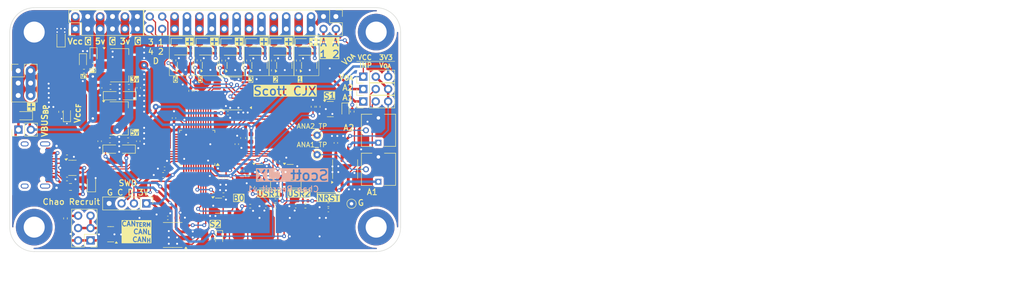
<source format=kicad_pcb>
(kicad_pcb (version 20240108) (generator "pcbnew") (generator_version "8.0")
  (title_block (title "Chao Recruit") (date "2024-09-29") (rev "1") (company "Scott CJX") (comment 1 "License: CERN-OHL-S-2.0") (comment 2 "Copyright © Scott CJX") (comment 3 "Licensed to Nanyang Venture Formula for NVF-2") (comment 4 "https://github.com/scott-cjx/Chao-Recruit"))
  (layers (0 "F.Cu" signal) (31 "B.Cu" signal) (34 "B.Paste" user) (35 "F.Paste" user) (36 "B.SilkS" user "B.Silkscreen") (37 "F.SilkS" user "F.Silkscreen") (38 "B.Mask" user) (39 "F.Mask" user) (44 "Edge.Cuts" user))
  (net 0 "")
  (net 1 "+5V")
  (net 2 "GND")
  (net 3 "+3V3")
  (net 4 "/NRST")
  (net 5 "VCC_{F}")
  (net 6 "VCC")
  (net 7 "V_{OA}")
  (net 8 "/DIG_IN1")
  (net 9 "/DIG_IN2")
  (net 10 "/DIG_IN3")
  (net 11 "/DIG_IN4")
  (net 12 "/DIG_IN5")
  (net 13 "/USR_BTN1_MCU-PF0")
  (net 14 "/USR_BTN2_MCU-PF1")
  (net 15 "Net-(D108-A)")
  (net 16 "/BOOT0")
  (net 17 "VDDA")
  (net 27 "VBUS_{USB1}")
  (net 28 "Net-(D103-A)")
  (net 29 "Net-(D111-A)")
  (net 30 "Net-(D201-K)")
  (net 31 "Net-(D201-A)")
  (net 32 "/HMI/MOS1-")
  (net 33 "Net-(D203-A)")
  (net 34 "Net-(D204-A)")
  (net 35 "Net-(D204-K)")
  (net 36 "/HMI/MOS2-")
  (net 37 "Net-(D207-A)")
  (net 38 "Net-(D208-A)")
  (net 39 "Net-(D208-K)")
  (net 40 "/HMI/MOS3-")
  (net 41 "Net-(D210-A)")
  (net 42 "Net-(D211-K)")
  (net 43 "Net-(D211-A)")
  (net 44 "/HMI/MOS4-")
  (net 45 "Net-(D213-A)")
  (net 46 "/HMI/MOS5-")
  (net 47 "Net-(D215-A)")
  (net 48 "/HMI/MOS6-")
  (net 49 "Net-(D217-A)")
  (net 50 "/Communications/CAN_H")
  (net 51 "/Communications/CAN_L")
  (net 52 "Net-(F301-Pad1)")
  (net 53 "/SWCLK-PA14")
  (net 54 "/SWDIO-PA13")
  (net 55 "/HMI/ANA2_INP")
  (net 56 "/HMI/ANA1_INP")
  (net 57 "/HMI/ANA1_OA")
  (net 58 "/HMI/ANA2_OA")
  (net 61 "/HMI/USB1/CC2")
  (net 62 "/HMI/USB1/_USB_D+")
  (net 63 "/HMI/USB1/SBU2")
  (net 64 "/HMI/USB1/_USB_D-")
  (net 65 "/HMI/USB1/SBU1")
  (net 67 "/HMI/USB1/CC1")
  (net 69 "/Communications/CAN_H_{TERMINATED}")
  (net 70 "Net-(Q201-G)")
  (net 71 "Net-(Q202-G)")
  (net 72 "Net-(Q203-G)")
  (net 73 "Net-(Q204-G)")
  (net 74 "Net-(Q205-G)")
  (net 75 "Net-(Q206-G)")
  (net 76 "Net-(Q207-G)")
  (net 77 "Net-(Q208-G)")
  (net 78 "Net-(Q209-G)")
  (net 79 "Net-(Q210-G)")
  (net 80 "/HMI/MOS1_CTRL")
  (net 81 "/USR_LED1_MCU-PC13")
  (net 82 "/HMI/MOS2_CTRL")
  (net 83 "/USR_LED2_MCU-PC14")
  (net 84 "/HMI/MOS3_CTRL")
  (net 85 "/HMI/MOS4_CTRL")
  (net 86 "/HMI/MOS5_CTRL")
  (net 87 "Net-(R230-Pad2)")
  (net 88 "/HMI/MOS6_CTRL")
  (net 89 "Net-(R232-Pad2)")
  (net 90 "/ANA1_MCU-PA0")
  (net 91 "Net-(U201A--)")
  (net 92 "Net-(U201B--)")
  (net 93 "/ANA2_MCU-PA1")
  (net 95 "/USB1_MCU_D+")
  (net 96 "/MOS3_CTRL_MCU-PA4")
  (net 97 "/USB2_UART_RX_MCU-PA10")
  (net 98 "/USB1_MCU_D-")
  (net 99 "/CAN_TX_MCU-PB8")
  (net 104 "/MOS2_CTRL_MCU-PA3")
  (net 105 "/CAN_RX_MCU-PB9")
  (net 106 "/MOS1_CTRL_MCU-PA2")
  (net 107 "/USB2_UART_TX_MCU-PA9")
  (net 112 "/MOS4_CTRL_MCU-PA5")
  (net 113 "/MOS5_CTRL_MCU-PA6")
  (net 114 "/MOS6_CTRL_MCU-PA7")
  (net 115 "/V_{SENSE}_MCU-PB0")
  (net 116 "/STATUS_LED1_MCU-PB7")
  (net 117 "/STATUS_LED2_MCU-PC15")
  (footprint "Diode_SMD:D_SOD-323" (layer "F.Cu") (at 66.725 86.15 90)
    (property "Reference" "D301" (hide yes))
    (property "Value" "CESD5V0D3ZA")
  )
  (footprint "Capacitor_SMD:C_0402_1005Metric" (layer "F.Cu") (at 68.4 77.38 -90)
    (property "Reference" "C113" (hide yes))
    (property "Value" "100n")
  )
  (footprint "Connector_PinHeader_2.54mm:PinHeader_1x04_P2.54mm_Vertical" (layer "F.Cu") (at 77.960002 90.135 -90)
    (property "Reference" "J101" (hide yes))
    (property "Value" "SWD")
  )
  (footprint "LED_SMD:LED_0603_1608Metric" (layer "F.Cu") (at 99.757501 57.090002)
    (property "Reference" "D210" (hide yes))
    (property "Value" "Yellow LED" (hide yes))
  )
  (footprint "Resistor_SMD:R_0402_1005Metric" (layer "F.Cu") (at 112.432081 58.849999 90)
    (property "Reference" "R204" (hide yes))
    (property "Value" "4k7" (hide yes))
  )
  (footprint "Resistor_SMD:R_0402_1005Metric" (layer "F.Cu") (at 65.184999 63 180)
    (property "Reference" "R107" (hide yes))
    (property "Value" "4k7")
  )
  (footprint "Resistor_SMD:R_0402_1005Metric" (layer "F.Cu") (at 115.206666 90.400002)
    (property "Reference" "R104" (hide yes))
    (property "Value" "10k")
  )
  (footprint "Capacitor_SMD:C_0402_1005Metric" (layer "F.Cu") (at 83.6182 72.620003 90)
    (property "Reference" "C102" (hide yes))
    (property "Value" "100n")
  )
  (footprint "Package_TO_SOT_SMD:SOT-23" (layer "F.Cu") (at 115.6125 70.8)
    (property "Reference" "Q208" (hide yes))
    (property "Value" "AO3400A")
  )
  (footprint "Capacitor_SMD:C_0402_1005Metric" (layer "F.Cu") (at 81.6882 83.000001 180)
    (property "Reference" "C103" (hide yes))
    (property "Value" "100n")
  )
  (footprint "Package_TO_SOT_SMD:SOT-223-3_TabPin2" (layer "F.Cu") (at 72.350001 72.7)
    (property "Reference" "U103" (hide yes))
    (property "Value" "AMS1117-5.0")
  )
  (footprint "Inductor_SMD:L_0603_1608Metric" (layer "F.Cu") (at 99.3682 76.712501 -90)
    (property "Reference" "L101" (hide yes))
    (property "Value" "CBG160808U121T")
  )
  (footprint "NVF-Kicad:RV_Bourns_3362" (layer "F.Cu") (at 125.45 83.14 90)
    (property "Reference" "RV201" (hide yes))
    (property "Value" "RV 10k" (hide yes))
  )
  (footprint "NVF-Kicad:PushBtn_TS-1187A-B-A-B" (layer "F.Cu") (at 96.8417 95 -90)
    (property "Reference" "SW101" (hide yes))
    (property "Value" "SW_Push" (hide yes))
  )
  (footprint "Package_TO_SOT_SMD:SOT-223-3_TabPin2" (layer "F.Cu") (at 72.450001 61.8)
    (property "Reference" "U102" (hide yes))
    (property "Value" "AMS1117-3.3")
  )
  (footprint "Diode_SMD:D_SOD-323" (layer "F.Cu") (at 70.65 79)
    (property "Reference" "D109" (hide yes))
    (property "Value" "CESD12VD3")
  )
  (footprint "Resistor_SMD:R_0402_1005Metric" (layer "F.Cu") (at 98.6 84.459999 -90)
    (property "Reference" "R203" (hide yes))
    (property "Value" "100k")
  )
  (footprint "Resistor_SMD:R_0402_1005Metric" (layer "F.Cu") (at 109.04458 60.849999 90)
    (property "Reference" "R202" (hide yes))
    (property "Value" "100k" (hide yes))
  )
  (footprint "Connector_PinHeader_2.54mm:PinHeader_2x06_P2.54mm_Vertical" (layer "F.Cu") (at 63.412082 54.35 90)
    (property "Reference" "J202" (hide yes))
    (property "Value" "Pwr Interconnect")
  )
  (footprint "Package_TO_SOT_SMD:SOT-23-6" (layer "F.Cu") (at 62.825 82.8375)
    (property "Reference" "U301" (hide yes))
    (property "Value" "USBLC6-2SC6")
  )
  (footprint "Package_TO_SOT_SMD:SOT-23" (layer "F.Cu") (at 96.040418 61.839999 90)
    (property "Reference" "Q207" (hide yes))
    (property "Value" "AO3400A" (hide yes))
  )
  (footprint "Diode_SMD:D_SOD-323" (layer "F.Cu") (at 70.75 68.050001)
    (property "Reference" "D106" (hide yes))
    (property "Value" "CESD12VD3")
  )
  (footprint "Connector_PinHeader_2.54mm:PinHeader_1x03_P2.54mm_Vertical" (layer "F.Cu") (at 122.37 69.22 90)
    (property "Reference" "J213" (hide yes))
    (property "Value" "Conn_01x03" (hide yes))
  )
  (footprint "LED_SMD:LED_0603_1608Metric" (layer "F.Cu") (at 89.607501 57.062501)
    (property "Reference" "D215" (hide yes))
    (property "Value" "Yellow LED" (hide yes))
  )
  (footprint "Capacitor_SMD:C_0402_1005Metric" (layer "F.Cu") (at 94.2682 84.95 -90)
    (property "Reference" "C101" (hide yes))
    (property "Value" "100n")
  )
  (footprint "Resistor_SMD:R_0402_1005Metric" (layer "F.Cu") (at 92.107501 58.8225 90)
    (property "Reference" "R226" (hide yes))
    (property "Value" "4k7" (hide yes))
  )
  (footprint "LED_SMD:LED_0603_1608Metric" (layer "F.Cu") (at 108.15 86.25 180)
    (property "Reference" "D204" (hide yes))
    (property "Value" "Yellow")
  )
  (footprint "LED_SMD:LED_0603_1608Metric" (layer "F.Cu") (at 94.677919 57.09)
    (property "Reference" "D213" (hide yes))
    (property "Value" "Yellow")
  )
  (footprint "Capacitor_SMD:C_0402_1005Metric" (layer "F.Cu") (at 94.6425 71.625)
    (property "Reference" "C204" (hide yes))
    (property "Value" "100n")
  )
  (footprint "Connector_PinHeader_2.54mm:PinHeader_1x02_P2.54mm_Vertical" (layer "F.Cu") (at 51.775 75 90)
    (property "Reference" "JP101" (hide yes))
    (property "Value" "Jumper_2_Open" (hide yes))
  )
  (footprint "Resistor_SMD:R_0402_1005Metric" (layer "F.Cu") (at 88.1 67.025 90)
    (property "Reference" "R103" (hide yes))
    (property "Value" "1k")
  )
  (footprint "Resistor_SMD:R_0402_1005Metric" (layer "F.Cu") (at 112.07875 70.3125 90)
    (property "Reference" "R221" (hide yes))
    (property "Value" "100k")
  )
  (footprint "Capacitor_SMD:C_0603_1608Metric" (layer "F.Cu") (at 74.375 66.25 180)
    (property "Reference" "C111" (hide yes))
    (property "Value" "10u")
  )
  (footprint "Resistor_SMD:R_0402_1005Metric" (layer "F.Cu") (at 102.257501 58.850001 90)
    (property "Reference" "R216" (hide yes))
    (property "Value" "4k7" (hide yes))
  )
  (footprint "Resistor_SMD:R_0402_1005Metric" (layer "F.Cu") (at 87.025 67.05 -90)
    (property "Reference" "R101" (hide yes))
    (property "Value" "10k")
  )
  (footprint "Resistor_SMD:R_0402_1005Metric" (layer "F.Cu") (at 110.516666 90.700001)
    (property "Reference" "R232" (hide yes))
    (property "Value" "1k")
  )
  (footprint "Capacitor_SMD:C_0603_1608Metric" (layer "F.Cu") (at 74.225 77.2 180)
    (property "Reference" "C115" (hide yes))
    (property "Value" "10u")
  )
  (footprint "Package_TO_SOT_SMD:SOT-23" (layer "F.Cu") (at 106.19458 61.840001 90)
    (property "Reference" "Q203" (hide yes))
    (property "Value" "AO3400A" (hide yes))
  )
  (footprint "Capacitor_SMD:C_0603_1608Metric" (layer "F.Cu") (at 70.5 77.2)
    (property "Reference" "C114" (hide yes))
    (property "Value" "10u")
  )
  (footprint "NVF-Kicad:FUSE-Littelfuse_Nano2_154x" (layer "F.Cu") (at 60.6 64.2 -90)
    (property "Reference" "F101" (hide yes))
    (property "Value" "Fuse")
  )
  (footprint "Resistor_SMD:R_0402_1005Metric" (layer "F.Cu") (at 98.87 62.830001 -90)
    (property "Reference" "R217" (hide yes))
    (property "Value" "10" (hide yes))
  )
  (footprint "Connector_PinHeader_2.54mm:PinHeader_1x03_P2.54mm_Vertical" (layer "F.Cu") (at 122.37 66.68 90)
    (property "Reference" "J214" (hide yes))
    (property "Value" "Conn_01x03" (hide yes))
  )
  (footprint "Resistor_SMD:R_0402_1005Metric" (layer "F.Cu") (at 120.097499 71.300001 -90)
    (property "Reference" "R219" (hide yes))
    (property "Value" "4k7")
  )
  (footprint "Capacitor_SMD:C_0402_1005Metric" (layer "F.Cu") (at 93.1182 84.950002 -90)
    (property "Reference" "C104" (hide yes))
    (property "Value" "100n")
  )
  (footprint "Package_TO_SOT_SMD:SOT-23" (layer "F.Cu") (at 85.87 61.799999 90)
    (property "Reference" "Q210" (hide yes))
    (property "Value" "AO3400A")
  )
  (footprint "Capacitor_SMD:C_0402_1005Metric" (layer "F.Cu") (at 102.396666 90.700001 180)
    (property "Reference" "C201" (hide yes))
    (property "Value" "100n")
  )
  (footprint "Resistor_SMD:R_0402_1005Metric" (layer "F.Cu") (at 106 86.75 90)
    (property "Reference" "R207" (hide yes))
    (property "Value" "4k7")
  )
  (footprint "Diode_SMD:D_SOD-323" (layer "F.Cu") (at 84.757501 58.85 180)
    (property "Reference" "D216" (hide yes))
    (property "Value" "D" (hide yes))
  )
  (footprint "Resistor_SMD:R_0402_1005Metric" (layer "F.Cu") (at 61.4 93.2 90)
    (property "Reference" "R501" (hide yes))
    (property "Value" "120")
  )
  (footprint "LED_SMD:LED_0603_1608Metric" (layer "F.Cu") (at 109.932081 57.09)
    (property "Reference" "D203" (hide yes))
    (property "Value" "Yellow LED" (hide yes))
  )
  (footprint "Package_SO:SOIC-8_3.9x4.9mm_P1.27mm" (layer "F.Cu") (at 118.65 83.1 90)
    (property "Reference" "U201" (hide yes))
    (property "Value" "OPA2197IDR")
  )
  (footprint "Diode_SMD:D_SOD-323" (layer "F.Cu") (at 74.1 79 180)
    (property "Reference" "D110" (hide yes))
    (property "Value" "CESD5V0D3ZA")
  )
  (footprint "TestPoint:TestPoint_THTPad_D1.5mm_Drill0.7mm" (layer "F.Cu") (at 112.91 76.14 90)
    (property "Reference" "TP203" (hide yes))
    (property "Value" "ANA2_TP")
  )
  (footprint "Resistor_SMD:R_0402_1005Metric" (layer "F.Cu") (at 60.4 71.35 -90)
    (property "Reference" "R102" (hide yes))
    (property "Value" "4k7")
  )
  (footprint "LED_SMD:LED_0603_1608Metric" (layer "F.Cu") (at 61.7 71.887501 90)
    (property "Reference" "D103" (hide yes))
    (property "Value" "Red LED")
  )
  (footprint "LED_SMD:LED_0603_1608Metric" (layer "F.Cu") (at 84.507501 57.05)
    (property "Reference" "D217" (hide yes))
    (property "Value" "Yellow LED" (hide yes))
  )
  (footprint "Resistor_SMD:R_0402_1005Metric" (layer "F.Cu") (at 97.55 83.440001 90)
    (property "Reference" "R206" (hide yes))
    (property "Value" "10")
  )
  (footprint "Diode_SMD:D_SOD-323" (layer "F.Cu") (at 53.05 72.15 180)
    (property "Reference" "D101" (hide yes))
    (property "Value" "D" (hide yes))
  )
  (footprint "Resistor_SMD:R_0402_1005Metric" (layer "F.Cu") (at 104.386668 90.700002)
    (property "Reference" "R230" (hide yes))
    (property "Value" "1k")
  )
  (footprint "Resistor_SMD:R_0402_1005Metric" (layer "F.Cu") (at 99.209999 90.7)
    (property "Reference" "R105" (hide yes))
    (property "Value" "10k")
  )
  (footprint "Capacitor_SMD:C_0402_1005Metric" (layer "F.Cu") (at 76.400001 66.430001 -90)
    (property "Reference" "C112" (hide yes))
    (property "Value" "100n")
  )
  (footprint "LED_SMD:LED_0603_1608Metric" (layer "F.Cu") (at 104.832081 57.090002)
    (property "Reference" "D207" (hide yes))
    (property "Value" "Yellow LED" (hide yes))
  )
  (footprint "Resistor_SMD:R_0402_1005Metric" (layer "F.Cu") (at 91.5 97.465003 -90)
    (property "Reference" "R213" (hide yes))
    (property "Value" "4k7")
  )
  (footprint "Connector_PinHeader_2.54mm:PinHeader_2x03_P2.54mm_Vertical" (layer "F.Cu") (at 66.530002 97.725 180)
    (property "Reference" "J207" (hide yes))
    (property "Value" "CanBus")
  )
  (footprint "Resistor_SMD:R_0402_1005Metric" (layer "F.Cu") (at 93.740001 88.35)
    (property "Reference" "R215" (hide yes))
    (property "Value" "100k")
  )
  (footprint "Package_TO_SOT_SMD:SOT-23" (layer "F.Cu") (at 107.3875 83.7)
    (property "Reference" "Q204" (hide yes))
    (property "Value" "AO3400A")
  )
  (footprint "Resistor_SMD:R_0402_1005Metric" (layer "F.Cu") (at 107.332081 58.850001 90)
    (property "Reference" "R210" (hide yes))
    (property "Value" "4k7" (hide yes))
  )
  (footprint "Resistor_SMD:R_0402_1005Metric" (layer "F.Cu") (at 83.62 62.789999 -90)
    (property "Reference" "R234" (hide yes))
    (property "Value" "10")
  )
  (footprint "Capacitor_SMD:C_0402_1005Metric" (layer "F.Cu") (at 108.526665 90.700002 180)
    (property "Reference" "C202" (hide yes))
    (property "Value" "100n")
  )
  (footprint "Capacitor_SMD:C_0603_1608Metric" (layer "F.Cu") (at 70.625 66.25)
    (property "Reference" "C110" (hide yes))
    (property "Value" "10u")
  )
  (footprint "Connector_PinHeader_2.54mm:PinHeader_2x16_P2.54mm_Vertical" (layer "F.Cu") (at 116.752081 51.81 -90)
    (property "Reference" "J204" (hide yes))
    (property "Value" "Sig Interconnect")
  )
  (footprint "Resistor_SMD:R_0402_1005Metric" (layer "F.Cu") (at 103.94458 62.830001 -90)
    (property "Reference" "R211" (hide yes))
    (property "Value" "10" (hide yes))
  )
  (footprint "LED_SMD:LED_0603_1608Metric" (layer "F.Cu") (at 92.85 97.187501 -90)
    (property "Reference" "D208" (hide yes))
    (property "Value" "Yellow")
  )
  (footprint "Resistor_SMD:R_0402_1005Metric" (layer "F.Cu") (at 99.75 86.75 90)
    (property "Reference" "R201" (hide yes))
    (property "Value" "4k7")
  )
  (footprint "Capacitor_SMD:C_0603_1608Metric" (layer "F.Cu") (at 97.7682 76.725003 90)
    (property "Reference" "C106" (hide yes))
    (property "Value" "10u")
  )
  (footprint "LED_SMD:LED_0603_1608Metric" (layer "F.Cu") (at 118.7125 71.024999 -90)
    (property "Reference" "D211" (hide yes))
    (property "Value" "Yellow")
  )
  (footprint "Capacitor_SMD:C_0603_1608Metric" (layer "F.Cu") (at 64.95 86.2 90)
    (property "Reference" "C301" (hide yes))
    (property "Value" "10u")
  )
  (footprint "Capacitor_SMD:C_0402_1005Metric" (layer "F.Cu") (at 96.4682 77.980002 -90)
    (property "Reference" "C107" (hide yes))
    (property "Value" "100n")
  )
  (footprint "Resistor_SMD:R_0402_1005Metric" (layer "F.Cu") (at 104.386667 89.6 180)
    (property "Reference" "R228" (hide yes))
    (property "Value" "10k")
  )
  (footprint "Resistor_SMD:R_0402_1005Metric" (layer "F.Cu") (at 87.007501 58.809999 90)
    (property "Reference" "R233" (hide yes))
    (property "Value" "4k7")
  )
  (footprint "Resistor_SMD:R_0402_1005Metric" (layer "F.Cu") (at 97.177919 58.849999 90)
    (property "Reference" "R222" (hide yes))
    (property "Value" "4k7" (hide yes))
  )
  (footprint "Capacitor_SMD:C_0402_1005Metric" (layer "F.Cu") (at 115.216667 91.500002 180)
    (property "Reference" "C108" (hide yes))
    (property "Value" "100n")
  )
  (footprint "Diode_SMD:D_SOD-323" (layer "F.Cu") (at 74.250001 68.049999 180)
    (property "Reference" "D107" (hide yes))
    (property "Value" "CESD3V3D3ZA")
  )
  (footprint "Package_QFP:LQFP-48_7x7mm_P0.5mm" (layer "F.Cu") (at 88.3682 78.75 180)
    (property "Reference" "U101" (hide yes))
    (property "Value" "STM32F072C8T6")
  )
  (footprint "Fuse:Fuse_0805_2012Metric" (layer "F.Cu") (at 62.425 86.75)
    (property "Reference" "F301" (hide yes))
    (property "Value" "SMD0805-050-16V")
  )
  (footprint "Capacitor_SMD:C_0402_1005Metric" (layer "F.Cu") (at 82.350001 93.1)
    (property "Reference" "C502" (hide yes))
    (property "Value" "100n")
  )
  (footprint "Resistor_SMD:R_0402_1005Metric" (layer "F.Cu") (at 88.72 60.8225 90)
    (property "Reference" "R225" (hide yes))
    (property "Value" "100k" (hide yes))
  )
  (footprint "MountingHole:MountingHole_4.3mm_M4_DIN965_Pad_TopBottom" (layer "F.Cu") (at 55 55)
    (property "Reference" "H101" (hide yes))
    (property "Value" "MountingHole_Pad" (hide yes))
  )
  (footprint "Resistor_SMD:R_0402_1005Metric" (layer "F.Cu") (at 93.790418 62.829999 -90)
    (property "Reference" "R223" (hide yes))
    (property "Value" "10" (hide yes))
  )
  (footprint "Resistor_SMD:R_0402_1005Metric" (layer "F.Cu") (at 83.62 60.809999 90)
    (property "Reference" "R231" (hide yes))
    (property "Value" "100k")
  )
  (footprint "TestPoint:TestPoint_THTPad_D1.5mm_Drill0.7mm" (layer "F.Cu") (at 112.91 80.14 90)
    (property "Reference" "TP201" (hide yes))
    (property "Value" "ANA1_TP")
  )
  (footprint "Resistor_SMD:R_0402_1005Metric" (layer "F.Cu") (at 110.516666 89.6 180)
    (property "Reference" "R229" (hide yes))
    (property "Value" "10k")
  )
  (footprint "Resistor_SMD:R_0402_1005Metric" (layer "F.Cu") (at 61.715001 85.125)
    (property "Reference" "R302" (hide yes))
    (property "Value" "5k1")
  )
  (footprint "Capacitor_SMD:C_0603_1608Metric" (layer "F.Cu") (at 81.3932 84.300002 180)
    (property "Reference" "C105" (hide yes))
    (property "Value" "10u")
  )
  (footprint "Connector_PinHeader_2.54mm:PinHeader_1x03_P2.54mm_Vertical" (layer "F.Cu") (at 122.37 64.14 90)
    (property "Reference" "J211" (hide yes))
    (property "Value" "Conn_01x03" (hide yes))
  )
  (footprint "Package_SO:SOIC-8_3.9x4.9mm_P1.27mm" (layer "F.Cu") (at 83.35 96.599999 180)
    (property "Reference" "U501" (hide yes))
    (property "Value" "TJA1042T-3")
  )
  (footprint "Resistor_SMD:R_0402_1005Metric" (layer "F.Cu") (at 113.12875 70.3125 90)
    (property "Reference" "R224" (hide yes))
    (property "Value" "10")
  )
  (footprint "Diode_SMD:D_SOD-323" (layer "F.Cu") (at 100.007501 58.890002 180)
    (property "Reference" "D209" (hide yes))
    (property "Value" "D" (hide yes))
  )
  (footprint "MountingHole:MountingHole_4.3mm_M4_DIN965_Pad_TopBottom" (layer "F.Cu") (at 55 95)
    (property "Reference" "H103" (hide yes))
    (property "Value" "MountingHole_Pad" (hide yes))
  )
  (footprint "TestPoint:TestPoint_THTPad_D1.5mm_Drill0.7mm" (layer "F.Cu") (at 119.95 90.2 180)
    (property "Reference" "TP202" (hide yes))
    (property "Value" "GND_TP")
  )
  (footprint "NVF-Kicad:PushBtn_TS-1187A-B-A-B" (layer "F.Cu") (at 109.158333 95 -90)
    (property "Reference" "SW202" (hide yes))
    (property "Value" "SW_Push" (hide yes))
  )
  (footprint "NVF-Kicad:PushBtn_TS-1187A-B-A-B" (layer "F.Cu") (at 103 95 -90)
    (property "Reference" "SW201" (hide yes))
    (property "Value" "SW_Push" (hide yes))
  )
  (footprint "Package_TO_SOT_SMD:SOT-23" (layer "F.Cu") (at 92.740003 90.599999)
    (property "Reference" "Q206" (hide yes))
    (property "Value" "AO3400A")
  )
  (footprint "Resistor_SMD:R_0402_1005Metric" (layer "F.Cu") (at 98.87 60.850001 90)
    (property "Reference" "R214" (hide yes))
    (property "Value" "100k" (hide yes))
  )
  (footprint "Diode_SMD:D_SOD-323" (layer "F.Cu") (at 60.5 56.45 90)
    (property "Reference" "D206" (hide yes))
    (property "Value" "CESD12VD3")
  )
  (footprint "MountingHole:MountingHole_4.3mm_M4_DIN965_Pad_TopBottom" (layer "F.Cu") (at 125 55)
    (property "Reference" "H102" (hide yes))
    (property "Value" "MountingHole_Pad" (hide yes))
  )
  (footprint "Resistor_SMD:R_0402_1005Metric" (layer "F.Cu") (at 88.72 62.8025 -90)
    (property "Reference" "R227" (hide yes))
    (property "Value" "10" (hide yes))
  )
  (footprint "LED_SMD:LED_0603_1608Metric" (layer "F.Cu") (at 64.975 60.925 -90)
    (property "Reference" "D111" (hide yes))
    (property "Value" "Red")
  )
  (footprint "Capacitor_SMD:C_0402_1005Metric" (layer "F.Cu") (at 68.5 66.45 -90)
    (property "Reference" "C109" (hide yes))
    (property "Value" "100n")
  )
  (footprint "Package_TO_SOT_SMD:SOT-23" (layer "F.Cu") (at 101.1375 83.7)
    (property "Reference" "Q202" (hide yes))
    (property "Value" "AO3400A")
  )
  (footprint "Resistor_SMD:R_0402_1005Metric" (layer "F.Cu") (at 103.94458 60.850001 90)
    (property "Reference" "R208" (hide yes))
    (property "Value" "100k" (hide yes))
  )
  (footprint "Package_TO_SOT_SMD:SOT-23" (layer "F.Cu") (at 111.29458 61.839999 90)
    (property "Reference" "Q201" (hide yes))
    (property "Value" "AO3400A" (hide yes))
  )
  (footprint "MountingHole:MountingHole_4.3mm_M4_DIN965_Pad_TopBottom" (layer "F.Cu") (at 125 95)
    (property "Reference" "H104" (hide yes))
    (property "Value" "MountingHole_Pad" (hide yes))
  )
  (footprint "LED_SMD:LED_0603_1608Metric" (layer "F.Cu") (at 67.150001 59.687501 -90)
    (property "Reference" "D108" (hide yes))
    (property "Value" "Red")
  )
  (footprint "Capacitor_SMD:C_0402_1005Metric" (layer "F.Cu") (at 116.75 77.725 90)
    (property "Reference" "C203" (hide yes))
    (property "Value" "100n")
  )
  (footprint "Package_TO_SOT_SMD:SOT-23" (layer "F.Cu") (at 101.12 61.840001 90)
    (property "Reference" "Q205" (hide yes))
    (property "Value" "AO3400A" (hide yes))
  )
  (footprint "Diode_SMD:D_SOD-323" (layer "F.Cu") (at 89.857501 58.862501 180)
    (property "Reference" "D214" (hide yes))
    (property "Value" "D" (hide yes))
  )
  (footprint "Diode_SMD:D_SOD-323" (layer "F.Cu") (at 105.082081 58.890002 180)
    (property "Reference" "D205" (hide yes))
    (property "Value" "D" (hide yes))
  )
  (footprint "Package_SO:TSSOP-20_4.4x6.5mm_P0.65mm" (layer "F.Cu") (at 95.3125 67.575 180)
    (property "Reference" "U202" (hide yes))
    (property "Value" "SN74HC245PWR")
  )
  (footprint "Capacitor_SMD:C_0402_1005Metric" (layer "F.Cu") (at 76.3 77.38 -90)
    (property "Reference" "C116" (hide yes))
    (property "Value" "100n")
  )
  (footprint "Resistor_SMD:R_0402_1005Metric" (layer "F.Cu") (at 109.04458 62.829999 -90)
    (property "Reference" "R205" (hide yes))
    (property "Value" "10" (hide yes))
  )
  (footprint "Connector_PinHeader_2.54mm:PinHeader_2x03_P2.54mm_Vertical" (layer "F.Cu") (at 51.725 62.92)
    (property "Reference" "J205" (hide yes))
    (property "Value" "Pwr")
  )
  (footprint "Resistor_SMD:R_0402_1005Metric" (layer "F.Cu") (at 104.85 81.5 90)
    (property "Reference" "R212" (hide yes))
    (property "Value" "10")
  )
  (footprint "Capacitor_SMD:C_0402_1005Metric" (layer "F.Cu") (at 84.500001 93.1)
    (property "Reference" "C501" (hide yes))
    (property "Value" "100n")
  )
  (footprint "Resistor_SMD:R_0402_1005Metric" (layer "F.Cu") (at 104.85 84.459999 -90)
    (property "Reference" "R209" (hide yes))
    (property "Value" "100k")
  )
  (footprint "Resistor_SMD:R_0402_1005Metric" (layer "F.Cu") (at 93.790418 60.849999 90)
    (property "Reference" "R220" (hide yes))
    (property "Value" "100k" (hide yes))
  )
  (footprint "LED_SMD:LED_0603_1608Metric" (layer "F.Cu") (at 101.9 86.25 180)
    (property "Reference" "D201" (hide yes))
    (property "Value" "Yellow")
  )
  (footprint "Diode_SMD:D_SOD-323" (layer "F.Cu") (at 94.927919 58.89 180)
    (property "Reference" "D212" (hide yes))
    (property "Value" "D" (hide yes))
  )
  (footprint "NVF-Kicad:USBC_HRO_TYPE-C-31-M-12" (layer "F.Cu") (at 54.1 82.25 -90)
    (property "Reference" "J301" (hide yes))
    (property "Value" "USB_C" (hide yes))
  )
  (footprint "Resistor_SMD:R_0402_1005Metric" (layer "F.Cu") (at 67.050001 61.8 180)
    (property "Reference" "R106" (hide yes))
    (property "Value" "4k7")
  )
  (footprint "NVF-Kicad:PushBtn_TS-1187A-B-A-B" (layer "F.Cu") (at 115.316666 95 -90)
    (property "Reference" "SW102" (hide yes))
    (property "Value" "SW_Push" (hide yes))
  )
  (footprint "Package_TO_SOT_SMD:SOT-23" (layer "F.Cu") (at 70.65 96.45 180)
    (property "Reference" "D501" (hide yes))
    (property "Value" "ESDCAN24-2BLY")
  )
  (footprint "Resistor_SMD:R_0402_1005Metric" (layer "F.Cu") (at 61.71 80.575)
    (property "Reference" "R301" (hide yes))
    (property "Value" "5k1")
  )
  (footprint "NVF-Kicad:RV_Bourns_3362" (layer "F.Cu") (at 125.45 75.14 90)
    (property "Reference" "RV202" (hide yes))
    (property "Value" "RV 10k" (hide yes))
  )
  (footprint "Resistor_SMD:R_0402_1005Metric" (layer "F.Cu") (at 91.750001 88.35 180)
    (property "Reference" "R218" (hide yes))
    (property "Value" "10")
  )
  (footprint "Package_TO_SOT_SMD:SOT-23" (layer "F.Cu") (at 90.97 61.8125 90)
    (property "Reference" "Q209" (hide yes))
    (property "Value" "AO3400A" (hide yes))
  )
  (footprint "Diode_SMD:D_SOD-323" (layer "F.Cu") (at 110.182081 58.89 180)
    (property "Reference" "D202" (hide yes))
    (property "Value" "D" (hide yes))
  )
  (gr_poly (pts (xy 82.669996 55.849999) (xy 87.769996 55.85) (xy 87.769997 63.949999) (xy 82.669996 63.949999)) (stroke (width 0.1)) (fill none) (layer "F.SilkS"))
  (gr_poly (pts (xy 92.87 63.950001) (xy 87.77 63.95) (xy 87.769999 55.850001) (xy 92.87 55.850001)) (stroke (width 0.1)) (fill none) (layer "F.SilkS"))
  (gr_poly (pts (xy 113.270008 63.950005) (xy 108.170008 63.950004) (xy 108.170007 55.850005) (xy 113.270008 55.850005)) (stroke (width 0.1)) (fill none) (layer "F.SilkS"))
  (gr_poly (pts (xy 103.070004 55.850003) (xy 108.170004 55.850004) (xy 108.170005 63.950003) (xy 103.070004 63.950003)) (stroke (width 0.1)) (fill none) (layer "F.SilkS"))
  (gr_poly (pts (xy 103.070004 63.950003) (xy 97.970004 63.950002) (xy 97.970003 55.850003) (xy 103.070004 55.850003)) (stroke (width 0.1)) (fill none) (layer "F.SilkS"))
  (gr_line (start 121 61) (end 128.8 61) (stroke (width 0.1)) (layer "F.SilkS"))
  (gr_poly (pts (xy 92.87 55.850001) (xy 97.97 55.850002) (xy 97.970001 63.950001) (xy 92.87 63.950001)) (stroke (width 0.1)) (fill none) (layer "F.SilkS"))
  (gr_arc (start 55 100) (mid 51.464466 98.535534) (end 50 95) (stroke (width 0.1)) (layer "Edge.Cuts"))
  (gr_line (start 55 50) (end 125 50) (stroke (width 0.1)) (layer "Edge.Cuts"))
  (gr_arc (start 130 95) (mid 128.535534 98.535534) (end 125 100) (stroke (width 0.1)) (layer "Edge.Cuts"))
  (gr_arc (start 50 55) (mid 51.464466 51.464466) (end 55 50) (stroke (width 0.1)) (layer "Edge.Cuts"))
  (gr_line (start 125 100) (end 55 100) (stroke (width 0.1)) (layer "Edge.Cuts"))
  (gr_line (start 50 95) (end 50 55) (stroke (width 0.1)) (layer "Edge.Cuts"))
  (gr_arc (start 125 50) (mid 128.535534 51.464466) (end 130 55) (stroke (width 0.1)) (layer "Edge.Cuts"))
  (gr_line (start 130 55) (end 130 95) (stroke (width 0.1)) (layer "Edge.Cuts"))
  (gr_text "Chao Recruit v1" (at 113.4 87.2 0) (layer "B.SilkS") (effects (font (size 1.2 1.2) (thickness 0.2) (bold yes)) (justify left mirror)))
  (gr_text "Scott CJX" (at 115.4 84.4 0) (layer "B.SilkS" knockout) (effects (font (size 2 2) (thickness 0.35) (bold yes)) (justify left mirror)))
  (gr_text "+" (at 102.02 56.85 0) (layer "F.SilkS" knockout) (effects (font (size 1.5 1.5) (thickness 0.25) (bold yes))))
  (gr_text "3 1\n4 2\nD" (at 79.9 59 0) (layer "F.SilkS") (effects (font (size 1.2 1.2) (thickness 0.2) (bold yes))))
  (gr_text "+" (at 96.92 56.85 0) (layer "F.SilkS" knockout) (effects (font (size 1.5 1.5) (thickness 0.25) (bold yes))))
  (gr_text "6" (at 83.92 64.75 0) (layer "F.SilkS" knockout) (effects (font (size 1 1))))
  (gr_text "USR2" (at 109.166666 88.150001 0) (layer "F.SilkS" knockout) (effects (font (size 1.2 1.2) (thickness 0.2) (bold yes))))
  (gr_text "A1" (at 125.4 87.8 0) (layer "F.SilkS") (effects (font (size 1.2 1.2) (thickness 0.2) (bold yes)) (justify right)))
  (gr_text "3v" (at 73.6 56.9 0) (layer "F.SilkS") (effects (font (size 1.2 1.2) (thickness 0.25) (bold yes))))
  (gr_text "S1" (at 115.45 68.075 0) (layer "F.SilkS" knockout) (effects (font (size 1.2 1.2) (thickness 0.2) (bold yes))))
  (gr_text "A1" (at 120.4 68.4 0) (layer "F.SilkS") (effects (font (size 1.2 1.2) (thickness 0.2) (bold yes)) (justify right)))
  (gr_text "G" (at 122.6 90 0) (layer "F.SilkS") (effects (font (size 1.2 1.2) (thickness 0.2) (bold yes)) (justify right)))
  (gr_text "G" (at 66 56.9 0) (layer "F.SilkS" knockout) (effects (font (size 1.2 1.2) (thickness 0.25) (bold yes))))
  (gr_text "Vcc" (at 63.4 56.9 0) (layer "F.SilkS") (effects (font (size 1.2 1.2) (thickness 0.25) (bold yes))))
  (gr_text "A2" (at 120.6 74.6 0) (layer "F.SilkS") (effects (font (size 1.2 1.2) (thickness 0.2) (bold yes)) (justify right)))
  (gr_text "3" (at 99.37 64.75 0) (layer "F.SilkS" knockout) (effects (font (size 1 1))))
  (gr_text "+" (at 54.4 70.2 0) (layer "F.SilkS" knockout) (effects (font (size 1.5 1.5) (thickness 0.25) (bold yes))))
  (gr_text "CAN_{TERM}\nCAN_{L}\nCAN_{H}" (at 78.99 95.925 0) (layer "F.SilkS" knockout) (effects (font (size 1 1) (thickness 0.2) (bold yes)) (justify right)))
  (gr_text "VBUS_{BP}" (at 57.15 73.2 90) (layer "F.SilkS") (effects (font (size 1.2 1.2) (thickness 0.25) (bold yes))))
  (gr_text "5" (at 89 64.75 0) (layer "F.SilkS" knockout) (effects (font (size 1 1))))
  (gr_text "5v" (at 75.55 75.6 0) (layer "F.SilkS" knockout) (effects (font (size 1 1))))
  (gr_text "G" (at 71 56.9 0) (layer "F.SilkS" knockout) (effects (font (size 1.2 1.2) (thickness 0.25) (bold yes))))
  (gr_text "+" (at 107.07 56.85 0) (layer "F.SilkS" knockout) (effects (font (size 1.5 1.5) (thickness 0.25) (bold yes))))
  (gr_text "3" (at 67.025 62.875 90) (layer "F.SilkS" knockout) (effects (font (size 1 1))))
  (gr_text "5v" (at 68.5 56.9 0) (layer "F.SilkS") (effects (font (size 1.2 1.2) (thickness 0.25) (bold yes))))
  (gr_text "USR1" (at 102.966666 88.150001 0) (layer "F.SilkS" knockout) (effects (font (size 1.2 1.2) (thickness 0.2) (bold yes))))
  (gr_text "B0" (at 96.85 89.05 0) (layer "F.SilkS" knockout) (effects (font (size 1.2 1.2) (thickness 0.2) (bold yes))))
  (gr_text "S2" (at 92.05 94.4 0) (layer "F.SilkS" knockout) (effects (font (size 1.2 1.2) (thickness 0.2) (bold yes))))
  (gr_text "Scott CJX" (at 106.325 67.1 0) (layer "F.SilkS" knockout) (effects (font (size 1.75 1.75) (thickness 0.3) (bold yes))))
  (gr_text "3v" (at 75.55 64.7 0) (layer "F.SilkS" knockout) (effects (font (size 1 1))))
  (gr_text "+" (at 91.87 56.85 0) (layer "F.SilkS" knockout) (effects (font (size 1.5 1.5) (thickness 0.25) (bold yes))))
  (gr_text "SWD\nG C D 3V" (at 74.15 86.925 0) (layer "F.SilkS") (effects (font (size 1.2 1.2) (thickness 0.2) (bold yes))))
  (gr_text "G" (at 76.2 56.9 0) (layer "F.SilkS" knockout) (effects (font (size 1.2 1.2) (thickness 0.25) (bold yes))))
  (gr_text "2" (at 104.42 64.75 0) (layer "F.SilkS" knockout) (effects (font (size 1 1))))
  (gr_text "V_{OA}" (at 120.4 59.4 45) (layer "F.SilkS") (effects (font (size 1.2 1.2) (thickness 0.2) (bold yes)) (justify right)))
  (gr_text "Vcc_{F}" (at 63.85 71.65 90) (layer "F.SilkS") (effects (font (size 1.2 1.2) (thickness 0.25) (bold yes))))
  (gr_text "VCC  3V3\nINP  V_{OA}" (at 124.8 61 0) (layer "F.SilkS") (effects (font (size 1 1) (thickness 0.2) (bold yes))))
  (gr_text "+" (at 112.17 56.9 0) (layer "F.SilkS" knockout) (effects (font (size 1.5 1.5) (thickness 0.25) (bold yes))))
  (gr_text "~{NRST}" (at 115.216666 89.050001 0) (layer "F.SilkS" knockout) (effects (font (size 1.2 1.2) (thickness 0.2) (bold yes))))
  (gr_text "V_{OA}" (at 120.4 64.2 0) (layer "F.SilkS") (effects (font (size 1.2 1.2) (thickness 0.2) (bold yes)) (justify right)))
  (gr_text "Chao Recruit" (at 62.6 89.8 0) (layer "F.SilkS") (effects (font (size 1.2 1.2) (thickness 0.2) (bold yes))))
  (gr_text "+" (at 86.77 56.85 0) (layer "F.SilkS" knockout) (effects (font (size 1.5 1.5) (thickness 0.25) (bold yes))))
  (gr_text "A A\n1 2" (at 115.45 58.35 0) (layer "F.SilkS" knockout) (effects (font (size 1.5 1.5) (thickness 0.25) (bold yes))))
  (gr_text "A2" (at 120.4 66.4 0) (layer "F.SilkS") (effects (font (size 1.2 1.2) (thickness 0.2) (bold yes)) (justify right)))
  (gr_text "1" (at 109.42 64.75 0) (layer "F.SilkS" knockout) (effects (font (size 1 1))))
  (gr_text "5" (at 65.2 64.05 90) (layer "F.SilkS" knockout) (effects (font (size 1 1))))
  (segment (start 84.950001 95.964999) (end 84.02 95.034998) (width 0.5) (layer "F.Cu") (net 1))
  (segment (start 80.8 86.65) (end 84.020001 89.870001) (width 0.5) (layer "F.Cu") (net 1))
  (segment (start 73.85 80.85) (end 73.85 80.3) (width 0.5) (layer "F.Cu") (net 1))
  (segment (start 68.492081 54.35) (end 68.492081 51.810001) (width 1.75) (layer "F.Cu") (net 1))
  (segment (start 78.55 72.7) (end 75.5 72.7) (width 0.5) (layer "F.Cu") (net 1))
  (segment (start 84.02 95.034998) (end 84.02 93.099999) (width 0.5) (layer "F.Cu") (net 1))
  (segment (start 84.020001 89.870001) (end 84.020001 93.1) (width 0.5) (layer "F.Cu") (net 1))
  (segment (start 65.694998 63.869998) (end 65.925 64.1) (width 0.5) (layer "F.Cu") (net 1))
  (segment (start 94.1625 71.625) (end 93.25 71.625) (width 0.25) (layer "F.Cu") (net 1))
  (segment (start 85.825001 95.965) (end 84.950001 95.964999) (width 0.5) (layer "F.Cu") (net 1))
  (segment (start 67 64.1) (end 69.300001 64.1) (width 1.75) (layer "F.Cu") (net 1))
  (segment (start 94.1625 71.1125) (end 94.1625 71.625) (width 0.25) (layer "F.Cu") (net 1))
  (segment (start 65.925 64.1) (end 67 64.1) (width 0.5) (layer "F.Cu") (net 1))
  (segment (start 92.45 70.5) (end 93.55 70.5) (width 0.25) (layer "F.Cu") (net 1))
  (segment (start 65.694998 63) (end 65.694998 63.869998) (width 0.5) (layer "F.Cu") (net 1))
  (segment (start 93.55 70.5) (end 94.1625 71.1125) (width 0.25) (layer "F.Cu") (net 1))
  (segment (start 54.1 72.15) (end 54.1 74.785) (width 0.5) (layer "F.Cu") (net 1))
  (segment (start 54.1 74.785) (end 54.315 75) (width 0.5) (layer "F.Cu") (net 1))
  (segment (start 79.8875 71.3625) (end 78.55 72.7) (width 0.5) (layer "F.Cu") (net 1))
  (segment (start 79.8875 70.3125) (end 79.8875 71.3625) (width 0.5) (layer "F.Cu") (net 1))
  (segment (start 69.200002 72.7) (end 67 72.7) (width 1.75) (layer "F.Cu") (net 1))
  (segment (start 68.492081 51.810001) (end 68.492082 51.81) (width 1.75) (layer "F.Cu") (net 1))
  (segment (start 73.85 80.3) (end 75.15 79) (width 0.5) (layer "F.Cu") (net 1))
  (via (at 67 72.7) (size 1.2) (drill 0.5) (layers "F.Cu" "B.Cu") (net 1))
  (via (at 93.25 71.625) (size 0.8) (drill 0.4) (layers "F.Cu" "B.Cu") (net 1))
  (via (at 79.8875 70.3125) (size 1.2) (drill 0.5) (layers "F.Cu" "B.Cu") (net 1))
  (via (at 73.85 80.85) (size 0.8) (drill 0.4) (layers "F.Cu" "B.Cu") (net 1))
  (via (at 67 64.1) (size 1.2) (drill 0.5) (layers "F.Cu" "B.Cu") (net 1))
  (via (at 80.8 86.65) (size 0.8) (drill 0.4) (layers "F.Cu" "B.Cu") (net 1))
  (segment (start 67 72.7) (end 67 64.1) (width 1.75) (layer "B.Cu") (net 1))
  (segment (start 64.7 75) (end 67 72.7) (width 0.5) (layer "B.Cu") (net 1))
  (segment (start 79.8875 70.3125) (end 84.5375 70.3125) (width 0.5) (layer "B.Cu") (net 1))
  (segment (start 68.492081 62.607919) (end 68.492081 54.35) (width 1.75) (layer "B.Cu") (net 1))
  (segment (start 80.8 86.65) (end 80.05 85.9) (width 0.5) (layer "B.Cu") (net 1))
  (segment (start 84.5375 70.3125) (end 85.85 71.625) (width 0.5) (layer "B.Cu") (net 1))
  (segment (start 76.3 85.9) (end 73.85 83.45) (width 0.5) (layer "B.Cu") (net 1))
  (segment (start 54.315 75) (end 64.7 75) (width 0.5) (layer "B.Cu") (net 1))
  (segment (start 80.05 85.9) (end 76.3 85.9) (width 0.5) (layer "B.Cu") (net 1))
  (segment (start 73.85 83.45) (end 73.85 80.85) (width 0.5) (layer "B.Cu") (net 1))
  (segment (start 67 64.1) (end 68.492081 62.607919) (width 1.75) (layer "B.Cu") (net 1))
  (segment (start 85.85 71.625) (end 93.25 71.625) (width 0.5) (layer "B.Cu") (net 1))
  (segment (start 95.99671 78) (end 96.45671 78.46) (width 0.25) (layer "F.Cu") (net 2))
  (segment (start 91.082501 62.75) (end 91.07 62.762501) (width 0.5) (layer "F.Cu") (net 2))
  (segment (start 88.1 65.35) (end 88.1 66.515001) (width 0.25) (layer "F.Cu") (net 2))
  (segment (start 111.407081 62.777499) (end 111.39458 62.79) (width 0.5) (layer "F.Cu") (net 2))
  (segment (start 86.1182 73.324695) (end 85.755853 72.962348) (width 0.25) (layer "F.Cu") (net 2))
  (segment (start 58.145 85.5) (end 58.15 85.5) (width 0.25) (layer "F.Cu") (net 2))
  (segment (start 86.1182 74.5875) (end 86.1182 73.324695) (width 0.25) (layer "F.Cu") (net 2))
  (segment (start 88.075 65.325) (end 88.1 65.35) (width 0.25) (layer "F.Cu") (net 2))
  (segment (start 95.1225 70.535) (end 95.1125 70.525002) (width 0.25) (layer "F.Cu") (net 2))
  (segment (start 85.982501 62.737499) (end 85.97 62.75) (width 0.5) (layer "F.Cu") (net 2))
  (segment (start 69.712499 96.45) (end 71.4 96.45) (width 0.5) (layer "F.Cu") (net 2))
  (segment (start 92.45 69.85) (end 93.925306 69.85) (width 0.25) (layer "F.Cu") (net 2))
  (segment (start 60.3375 82.8375) (end 61.6875 82.8375) (width 0.25) (layer "F.Cu") (net 2))
  (segment (start 90.6182 84.175307) (end 90.952443 84.50955) (width 0.25) (layer "F.Cu") (net 2))
  (segment (start 96.152919 62.777499) (end 96.140418 62.79) (width 0.5) (layer "F.Cu") (net 2))
  (segment (start 58.15 85.5) (end 59.575 86.925) (width 0.25) (layer "F.Cu") (net 2))
  (segment (start 101.232501 62.777501) (end 101.22 62.790002) (width 0.5) (layer "F.Cu") (net 2))
  (segment (start 82.592895 81.000003) (end 82.184048 81.40885) (width 0.25) (layer "F.Cu") (net 2))
  (segment (start 58.145 79) (end 58.925 79) (width 0.25) (layer "F.Cu") (net 2))
  (segment (start 72.775 96.475) (end 72.8 96.5) (width 0.5) (layer "F.Cu") (net 2))
  (segment (start 68.275 96.45) (end 68.25 96.475) (width 0.5) (layer "F.Cu") (net 2))
  (segment (start 93.8875 69.850001) (end 94.202073 70.164574) (width 0.25) (layer "F.Cu") (net 2))
  (segment (start 94.202073 70.164574) (end 94.23988 70.164574) (width 0.25) (layer "F.Cu") (net 2))
  (segment (start 58.925 79) (end 59.575 78.35) (width 0.25) (layer "F.Cu") (net 2))
  (segment (start 93.925306 69.85) (end 94.23988 70.164574) (width 0.25) (layer "F.Cu") (net 2))
  (segment (start 90.6182 82.912502) (end 90.6182 84.175307) (width 0.25) (layer "F.Cu") (net 2))
  (segment (start 69.712499 96.45) (end 68.275 96.45) (width 0.5) (layer "F.Cu") (net 2))
  (segment (start 96.45671 78.46) (end 96.4682 78.46) (width 0.25) (layer "F.Cu") (net 2))
  (segment (start 106.307081 62.777501) (end 106.29458 62.790002) (width 0.5) (layer "F.Cu") (net 2))
  (segment (start 71.4 96.45) (end 71.425 96.475) (width 0.5) (layer "F.Cu") (net 2))
  (segment (start 71.425 96.475) (end 72.775 96.475) (width 0.5) (layer "F.Cu") (net 2))
  (segment (start 92.5307 78) (end 95.99671 78) (width 0.25) (layer "F.Cu") (net 2))
  (segment (start 84.2057 81.000001) (end 82.592895 81.000003) (width 0.25) (layer "F.Cu") (net 2))
  (via (at 77.5 71.322182) (size 0.8) (drill 0.4) (layers "F.Cu" "B.Cu") (net 2))
  (via (at 61.25 54.3) (size 0.6) (drill 0.3) (layers "F.Cu" "B.Cu") (net 2))
  (via (at 120.55 87.25) (size 0.8) (drill 0.4) (layers "F.Cu" "B.Cu") (net 2))
  (via (at 118.25 76.3) (size 0.8) (drill 0.4) (layers "F.Cu" "B.Cu") (net 2))
  (via (at 68.25 96.475) (size 0.8) (drill 0.4) (layers "F.Cu" "B.Cu") (net 2))
  (via (at 97.418199 78.75) (size 0.8) (drill 0.4) (layers "F.Cu" "B.Cu") (net 2))
  (via (at 60.5 54.3) (size 0.6) (drill 0.3) (layers "F.Cu" "B.Cu") (net 2))
  (via (at 62.45 96.4) (size 0.8) (drill 0.4) (layers "F.Cu" "B.Cu") (net 2))
  (via (at 67.575 84.925) (size 0.8) (drill 0.4) (layers "F.Cu" "B.Cu") (net 2))
  (via (at 89.707501 60.362501) (size 0.8) (drill 0.4) (layers "F.Cu" "B.Cu") (net 2))
  (via (at 64.95 65.05) (size 0.8) (drill 0.4) (layers "F.Cu" "B.Cu") (net 2))
  (via (at 76.3 78.8) (size 0.8) (drill 0.4) (layers "F.Cu" "B.Cu") (net 2))
  (via (at 64.975 58.9) (size 0.8) (drill 0.4) (layers "F.Cu" "B.Cu") (net 2))
  (via (at 77.5 65.822183) (size 0.8) (drill 0.4) (layers "F.Cu" "B.Cu") (net 2))
  (via (at 113.416667 93.100001) (size 0.8) (drill 0.4) (layers "F.Cu" "B.Cu") (net 2))
  (via (at 119.4 87.25) (size 0.8) (drill 0.4) (layers "F.Cu" "B.Cu") (net 2))
  (via (at 110.032081 60.39) (size 0.8) (drill 0.4) (layers "F.Cu" "B.Cu") (net 2))
  (via (at 97.7682 74.800004) (size 0.8) (drill 0.4) (layers "F.Cu" "B.Cu") (net 2))
  (via (at 114.6875 70.7875) (size 0.8) (drill 0.4) (layers "F.Cu" "B.Cu") (net 2))
  (via (at 65.850001 58.9) (size 0.8) (drill 0.4) (layers "F.Cu" "B.Cu") (net 2))
  (via (at 107.316667 96.9) (size 0.8) (drill 0.4) (layers "F.Cu" "B.Cu") (net 2))
  (via (at 59.575 86.925) (size 1.2) (drill 0.5) (layers "F.Cu" "B.Cu") (net 2))
  (via (at 115.95 76.3) (size 0.8) (drill 0.4) (layers "F.Cu" "B.Cu") (net 2))
  (via (at 115.5 62.45) (size 0.8) (drill 0.4) (layers "F.Cu" "B.Cu") (net 2))
  (via (at 82.550001 95.799999) (size 0.8) (drill 0.4) (layers "F.Cu" "B.Cu") (net 2))
  (via (at 83.6182 71.250001) (size 0.8) (drill 0.4) (layers "F.Cu" "B.Cu") (net 2))
  (via (at 57.95 65.575) (size 0.8) (drill 0.4) (layers "F.Cu" "B.Cu") (net 2))
  (via (at 77.5 70.222182) (size 0.8) (drill 0.4) (layers "F.Cu" "B.Cu") (net 2))
  (via (at 116.049999 82.55) (size 0.8) (drill 0.4) (layers "F.Cu" "B.Cu") (net 2))
  (via (at 121.6 87.25) (size 0.8) (drill 0.4) (layers "F.Cu" "B.Cu") (net 2))
  (via (at 60.3375 82.8375) (size 0.8) (drill 0.4) (layers "F.Cu" "B.Cu") (net 2))
  (via (at 104.932081 60.390002) (size 0.8) (drill 0.4) (layers "F.Cu" "B.Cu") (net 2))
  (via (at 107.216668 90.700002) (size 0.8) (drill 0.4) (layers "F.Cu" "B.Cu") (net 2))
  (via (at 68.4 78.7) (size 0.8) (drill 0.4) (layers "F.Cu" "B.Cu") (net 2))
  (via (at 117.25 83.7) (size 0.8) (drill 0.4) (layers "F.Cu" "B.Cu") (net 2))
  (via (at 80.3182 83.000001) (size 0.8) (drill 0.4) (layers "F.Cu" "B.Cu") (net 2))
  (via (at 71.425 96.475) (size 0.8) (drill 0.4) (layers "F.Cu" "B.Cu") (net 2))
  (via (at 113.3875 71.7625) (size 0.8) (drill 0.4) (layers "F.Cu" "B.Cu") (net 2))
  (via (at 102.6 82.5) (size 0.8) (drill 0.4) (layers "F.Cu" "B.Cu") (net 2))
  (via (at 101.22 62.790002) (size 0.8) (drill 0.4) (layers "F.Cu" "B.Cu") (net 2))
  (via (at 97.8 71.5) (size 0.8) (drill 0.4) (layers "F.Cu" "B.Cu") (net 2))
  (via (at 58.925 70.35) (size 0.8) (drill 0.4) (layers "F.Cu" "B.Cu") (net 2))
  (via (at 94.777919 60.39) (size 0.8) (drill 0.4) (layers "F.Cu" "B.Cu") (net 2))
  (via (at 71.050001 59) (size 0.8) (drill 0.4) (layers "F.Cu" "B.Cu") (net 2))
  (via (at 77.5 59.222184) (size 0.8) (drill 0.4) (layers "F.Cu" "B.Cu") (net 2))
  (via (at 92.1 92.7) (size 0.8) (drill 0.4) (layers "F.Cu" "B.Cu") (net 2))
  (via (at 111.39458 62.79) (size 0.8) (drill 0.4) (layers "F.Cu" "B.Cu") (net 2))
  (via (at 96.140418 62.79) (size 0.8) (drill 0.4) (layers "F.Cu" "B.Cu") (net 2))
  (via (at 59.575 78.35) (size 1.2) (drill 0.5) (layers "F.Cu" "B.Cu") (net 2))
  (via (at 90.6 81.35) (size 0.8) (drill 0.4) (layers "F.Cu" "B.Cu") (net 2))
  (via (at 99.857501 60.390002) (size 0.8) (drill 0.4) (layers "F.Cu" "B.Cu") (net 2))
  (via (at 85.755853 72.962348) (size 0.8) (drill 0.4) (layers "F.Cu" "B.Cu") (net 2))
  (via (at 106.6 80.75) (size 0.8) (drill 0.4) (layers "F.Cu" "B.Cu") (net 2))
  (via (at 72.5 65.8) (size 0.8) (drill 0.4) (layers "F.Cu" "B.Cu") (net 2))
  (via (at 101.116667 90.700002) (size 0.8) (drill 0.4) (layers "F.Cu" "B.Cu") (net 2))
  (via (at 95.112501 72.575002) (size 0.8) (drill 0.4) (layers "F.Cu" "B.Cu") (net 2))
  (via (at 107.316666 93.100001) (size 0.8) (drill 0.4) (layers "F.Cu" "B.Cu") (net 2))
  (via (at 77.5 77.924999) (size 0.8) (drill 0.4) (layers "F.Cu" "B.Cu") (net 2))
  (via (at 77.5 74.625) (size 0.8) (drill 0.4) (layers "F.Cu" "B.Cu") (net 2))
  (via (at 85.850001 93.05) (size 0.8) (drill 0.4) (layers "F.Cu" "B.Cu") (net 2))
  (via (at 94.25 87.45) (size 0.8) (drill 0.4) (layers "F.Cu" "B.Cu") (net 2))
  (via (at 95.072695 83.355042) (size 0.8) (drill 0.4) (layers "F.Cu" "B.Cu") (net 2))
  (via (at 77.5 76.824999) (size 0.8) (drill 0.4) (layers "F.Cu" "B.Cu") (net 2))
  (via (at 85.4 65.75) (size 0.8) (drill 0.4) (layers "F.Cu" "B.Cu") (net 2))
  (via (at 77.5 64.722182) (size 0.8) (drill 0.4) (layers "F.Cu" "B.Cu") (net 2))
  (via (at 98.5 86) (size 0.8) (drill 0.4) (layers "F.Cu" "B.Cu") (net 2))
  (via (at 72.4 78.4) (size 0.8) (drill 0.4) (layers "F.Cu" "B.Cu") (net 2))
  (via (at 91.07 62.762501) (size 0.8) (drill 0.4) (layers "F.Cu" "B.Cu") (net 2))
  (via (at 96.55 76.25) (size 0.8) (drill 0.4) (layers "F.Cu" "B.Cu") (net 2))
  (via (at 63.125 80.575) (size 0.8) (drill 0.4) (layers "F.Cu" "B.Cu") (net 2))
  (via (at 100.525 64.65) (size 0.8) (drill 0.4) (layers "F.Cu" "B.Cu") (net 2))
  (via (at 77.5 68.022182) (size 0.8) (drill 0.4) (layers "F.Cu" "B.Cu") (net 2))
  (via (at 91.65 90.6) (size 0.8) (drill 0.4) (layers "F.Cu" "B.Cu") (net 2))
  (via (at 58 69.425) (size 0.8) (drill 0.4) (layers "F.Cu" "B.Cu") (net 2))
  (via (at 94.23988 70.164574) (size 0.8) (drill 0.4) (layers "F.Cu" "B.Cu") (net 2))
  (via (at 71.050001 60.1) (size 0.8) (drill 0.4) (layers "F.Cu" "B.Cu") (net 2))
  (via (at 68.500001 67.95) (size 0.8) (drill 0.4) (layers "F.Cu" "B.Cu") (net 2))
  (via (at 108.316666 91.6) (size 0.8) (drill 0.4) (layers "F.Cu" "B.Cu") (net 2))
  (via (at 77.5 58.122184) (size 0.8) (drill 0.4) (layers "F.Cu" "B.Cu") (net 2))
  (via (at 90.952443 84.50955) (size 0.8) (drill 0.4) (layers "F.Cu" "B.Cu") (net 2))
  (via (at 92.6182 82.950002) (size 0.8) (drill 0.4) (layers "F.Cu" "B.Cu") (net 2))
  (via (at 87.450001 97.099999) (size 0.8) (drill 0.4) (layers "F.Cu" "B.Cu") (net 2))
  (via (at 104.75 86) (size 0.8) (drill 0.4) (layers "F.Cu" "B.Cu") (net 2))
  (via (at 82.85 92.15) (size 0.8) (drill 0.4) (layers "F.Cu" "B.Cu") (net 2))
  (via (at 58.025 70.35) (size 0.8) (drill 0.4) (layers "F.Cu" "B.Cu") (net 2))
  (via (at 57.975 67.525) (size 0.8) (drill 0.4) (layers "F.Cu" "B.Cu") (net 2))
  (via (at 85.97 62.75) (size 0.8) (drill 0.4) (layers "F.Cu" "B.Cu") (net 2))
  (via (at 76.599999 68.049999) (size 0.8) (drill 0.4) (layers "F.Cu" "B.Cu") (net 2))
  (via (at 57.975 66.5) (size 0.8) (drill 0.4) (layers "F.Cu" "B.Cu") (net 2))
  (via (at 80.050001 92.399999) (size 0.8) (drill 0.4) (layers "F.Cu" "B.Cu") (net 2))
  (via (at 100.2 83.7) (size 0.8) (drill 0.4) (layers "F.Cu" "B.Cu") (net 2))
  (via (at 96.85 64.65) (size 0.8) (drill 0.4) (layers "F.Cu" "B.Cu") (net 2))
  (via (at 120.55 83.9) (size 0.8) (drill 0.4) (layers "F.Cu" "B.Cu") (net 2))
  (via (at 77.5 60.322183) (size 0.8) (drill 0.4) (layers "F.Cu" "B.Cu") (net 2))
  (via (at 95.1125 70.525002) (size 0.8) (drill 0.4) (layers "F.Cu" "B.Cu") (net 2))
  (via (at 94.2682 86.300001) (size 0.8) (drill 0.4) (layers "F.Cu" "B.Cu") (net 2))
  (via (at 86.1 76.05) (size 0.8) (drill 0.4) (layers "F.Cu" "B.Cu") (net 2))
  (via (at 79.4682 84.300002) (size 0.8) (drill 0.4) (layers "F.Cu" "B.Cu") (net 2))
  (via (at 82.184048 81.40885) (size 0.8) (drill 0.4) (layers "F.Cu" "B.Cu") (net 2))
  (via (at 93.05 87.4) (size 0.8) (drill 0.4) (layers "F.Cu" "B.Cu") (net 2))
  (via (at 108.85 82.5) (size 0.8) (drill 0.4) (layers "F.Cu" "B.Cu") (net 2))
  (via (at 59.7 54.3) (size 0.6) (drill 0.3) (layers "F.Cu" "B.Cu") (net 2))
  (via (at 123.225 73.375) (size 0.8) (drill 0.4) (layers "F.Cu" "B.Cu") (net 2))
  (via (at 96.8 71.5) (size 0.8) (drill 0.4) (layers "F.Cu" "B.Cu") (net 2))
  (via (at 72.500001 66.650001) (size 0.8) (drill 0.4) (layers "F.Cu" "B.Cu") (net 2))
  (via (at 72.8 96.5) (size 0.8) (drill 0.4) (layers "F.Cu" "B.Cu") (net 2))
  (via (at 102.116666 91.6) (size 0.8) (drill 0.4) (layers "F.Cu" "B.Cu") (net 2))
  (via (at 84.25 97.1) (size 0.8) (drill 0.4) (layers "F.Cu" "B.Cu") (net 2))
  (via (at 98.7 71.5) (size 0.8) (drill 0.4) (layers "F.Cu" "B.Cu") (net 2))
  (via (at 77.5 75.724999) (size 0.8) (drill 0.4) (layers "F.Cu" "B.Cu") (net 2))
  (via (at 94.25 89.35) (size 0.8) (drill 0.4) (layers "F.Cu" "B.Cu") (net 2))
  (via (at 94.1 67.6) (size 0.8) (drill 0.4) (layers "F.Cu" "B.Cu") (net 2))
  (via (at 76.550001 93.100001) (size 0.8) (drill 0.4) (layers "F.Cu" "B.Cu") (net 2))
  (via (at 114.716666 93.100002) (size 0.8) (drill 0.4) (layers "F.Cu" "B.Cu") (net 2))
  (via (at 87.450001 95.9) (size 0.8) (drill 0.4) (layers "F.Cu" "B.Cu") (net 2))
  (via (at 72.500001 67.5) (size 0.8) (drill 0.4) (layers "F.Cu" "B.Cu") (net 2))
  (via (at 113.416666 90.900001) (size 0.8) (drill 0.4) (layers "F.Cu" "B.Cu") (net 2))
  (via (at 72.4 77.5) (size 0.8) (drill 0.4) (layers "F.Cu" "B.Cu") (net 2))
  (via (at 82.55 98.399999) (size 0.8) (drill 0.4) (layers "F.Cu" "B.Cu") (net 2))
  (via (at 63.45 85.175) (size 0.8) (drill 0.4) (layers "F.Cu" "B.Cu") (net 2))
  (via (at 85.7 81) (size 0.8) (drill 0.4) (layers "F.Cu" "B.Cu") (net 2))
  (via (at 61.7 73.75) (size 0.6) (drill 0.3) (layers "F.Cu" "B.Cu") (net 2))
  (via (at 113.416666 96.9) (size 0.8) (drill 0.4) (layers "F.Cu" "B.Cu") (net 2))
  (via (at 96.8 70.5) (size 0.8) (drill 0.4) (layers "F.Cu" "B.Cu") (net 2))
  (via (at 91 92.7) (size 0.8) (drill 0.4) (layers "F.Cu" "B.Cu") (net 2))
  (via (at 82.550001 97.1) (size 0.8) (drill 0.4) (layers "F.Cu" "B.Cu") (net 2))
  (via (at 84.95 92.024999) (size 0.8) (drill 0.4) (layers "F.Cu" "B.Cu") (net 2))
  (via (at 93.1182 86.300001) (size 0.8) (drill 0.4) (layers "F.Cu" "B.Cu") (net 2))
  (via (at 121.925 79.05) (size 0.8) (drill 0.4) (layers "F.Cu" "B.Cu") (net 2))
  (via (at 91.05 78) (size 0.8) (drill 0.4) (layers "F.Cu" "B.Cu") (net 2))
  (via (at 99.8 91.65) (size 0.8) (drill 0.4) (layers "F.Cu" "B.Cu") (net 2))
  (via (at 117.25 82.5) (size 0.8) (drill 0.4) (layers "F.Cu" "B.Cu") (net 2))
  (via (at 106.45 83.7) (size 0.8) (drill 0.4) (layers "F.Cu" "B.Cu") (net 2))
  (via (at 84.607501 60.35) (size 0.8) (drill 0.4) (layers "F.Cu" "B.Cu") (net 2))
  (via (at 116.05 83.7) (size 0.8) (drill 0.4) (layers "F.Cu" "B.Cu") (net 2))
  (via (at 59.7 55) (size 0.6) (drill 0.3) (layers "F.Cu" "B.Cu") (net 2))
  (via (at 106.29458 62.790002) (size 0.8) (drill 0.4) (layers "F.Cu" "B.Cu") (net 2))
  (via (at 101.116666 93.100001) (size 0.8) (drill 0.4) (layers "F.Cu" "B.Cu") (net 2))
  (via (at 72.4 76.5) (size 0.8) (drill 0.4) (layers "F.Cu" "B.Cu") (net 2))
  (via (at 57.975 68.45) (size 0.8) (drill 0.4) (layers "F.Cu" "B.Cu") (net 2))
  (via (at 72.5 68.699999) (size 0.8) (drill 0.4) (layers "F.Cu" "B.Cu") (net 2))
  (via (at 112.05375 68.9125) (size 0.8) (drill 0.4) (layers "F.Cu" "B.Cu") (net 2))
  (via (at 77.5 63.622183) (size 0.8) (drill 0.4) (layers "F.Cu" "B.Cu") (net 2))
  (via (at 61.25 55) (size 0.6) (drill 0.3) (layers "F.Cu" "B.Cu") (net 2))
  (via (at 60.6 72.75) (size 0.6) (drill 0.3) (layers "F.Cu" "B.Cu") (net 2))
  (via (at 88.075 65.325) (size 0.8) (drill 0.4) (layers "F.Cu" "B.Cu") (net 2))
  (via (at 116.0375 71.7875) (size 0.8) (drill 0.4) (layers "F.Cu" "B.Cu") (net 2))
  (via (at 77.5 69.122183) (size 0.8) (drill 0.4) (layers "F.Cu" "B.Cu") (net 2))
  (via (at 117.05 76.3) (size 0.8) (drill 0.4) (layers "F.Cu" "B.Cu") (net 2))
  (via (at 77.5 66.922183) (size 0.8) (drill 0.4) (layers "F.Cu" "B.Cu") (net 2))
  (via (at 72.4 79.55) (size 0.8) (drill 0.4) (layers "F.Cu" "B.Cu") (net 2))
  (via (at 84.250002 98.4) (size 0.8) (drill 0.4) (layers "F.Cu" "B.Cu") (net 2))
  (segment (start 83.349998 84.300002) (end 83.35 84.3) (width 0.5) (layer "F.Cu") (net 3))
  (segment (start 95.2 84.45) (end 95.18 84.47) (width 0.25) (layer "F.Cu") (net 3))
  (segment (start 94.2682 84.470002) (end 94.2682 82.550002) (width 0.25) (layer "F.Cu") (net 3))
  (segment (start 84.2057 81.500002) (end 83.118199 81.500001) (width 0.25) (layer "F.Cu") (net 3))
  (segment (start 73.572082 61.472082) (end 73.9 61.8) (width 1.75) (layer "F.Cu") (net 3))
  (segment (start 91.1182 82.912501) (end 91.1182 83.650003) (width 0.25) (layer "F.Cu") (net 3))
  (segment (start 81.870001 92.790001) (end 79.215 90.135) (width 0.5) (layer "F.Cu") (net 3))
  (segment (start 94.2682 82.550002) (end 93.2182 81.500002) (width 0.25) (layer "F.Cu") (net 3))
  (segment (start 79.215 90.135) (end 77.960002 90.135) (width 0.5) (layer "F.Cu") (net 3))
  (segment (start 99.45 74.6636) (end 99.3682 74.7454) (width 0.5) (layer "F.Cu") (net 3))
  (segment (start 91.1182 83.650003) (end 91.9382 84.470002) (width 0.25) (layer "F.Cu") (net 3))
  (segment (start 85.6182 73.850001) (end 84.8682 73.100001) (width 0.25) (layer "F.Cu") (net 3))
  (segment (start 83.6182 73.9818) (end 83.6182 73.100003) (width 0.5) (layer "F.Cu") (net 3))
  (segment (start 83.6 74) (end 83.6182 73.9818) (width 0.5) (layer "F.Cu") (net 3))
  (segment (start 81.870001 93.1) (end 81.870001 92.790001) (width 0.5) (layer "F.Cu") (net 3))
  (segment (start 95.65 91.3167) (end 94.9667 92) (width 0.25) (layer "F.Cu") (net 3))
  (segment (start 73.572082 54.35) (end 73.572082 61.472082) (width 1.75) (layer "F.Cu") (net 3))
  (segment (start 85.6182 74.5875) (end 85.6182 73.850001) (width 0.25) (layer "F.Cu") (net 3))
  (segment (start 84.8682 73.100001) (end 83.6182 73.100001) (width 0.25) (layer "F.Cu") (net 3))
  (segment (start 93.2182 81.500002) (end 92.5307 81.500002) (width 0.25) (layer "F.Cu") (net 3))
  (segment (start 105.816666 89.6) (end 104.896666 89.6) (width 0.25) (layer "F.Cu") (net 3))
  (segment (start 73.572082 51.81) (end 73.572082 54.35) (width 1.75) (layer "F.Cu") (net 3))
  (segment (start 82.1682 82.45) (end 82.1682 83.000001) (width 0.25) (layer "F.Cu") (net 3))
  (segment (start 111.026665 89.600001) (end 113.896667 89.6) (width 0.25) (layer "F.Cu") (net 3))
  (segment (start 82.1682 84.300002) (end 83.349998 84.300002) (width 0.5) (layer "F.Cu") (net 3))
  (segment (start 95.18 84.47) (end 95.65 84.94) (width 0.25) (layer "F.Cu") (net 3))
  (segment (start 82.1682 84.300002) (end 82.1682 83.000001) (width 0.5) (layer "F.Cu") (net 3))
  (segment (start 83.118199 81.500001) (end 82.1682 82.45) (width 0.25) (layer "F.Cu") (net 3))
  (segment (start 81.870001 93.699999) (end 81.870001 93.1) (width 0.5) (layer "F.Cu") (net 3))
  (segment (start 77.497183 61.8) (end 75.6 61.8) (width 1.75) (layer "F.Cu") (net 3))
  (segment (start 81.870002 93.7) (end 80.875001 94.695) (width 0.5) (layer "F.Cu") (net 3))
  (segment (start 94.9667 98) (end 94.9667 92) (width 0.25) (layer "F.Cu") (net 3))
  (segment (start 95.65 84.94) (end 95.65 91.3167) (width 0.25) (layer "F.Cu") (net 3))
  (segment (start 94.2682 84.47) (end 95.18 84.47) (width 0.5) (layer "F.Cu") (net 3))
  (segment (start 93.1182 84.470002) (end 94.2682 84.470002) (width 0.5) (layer "F.Cu") (net 3))
  (segment (start 99.3682 74.7454) (end 99.3682 75.925) (width 0.5) (layer "F.Cu") (net 3))
  (segment (start 91.9382 84.470002) (end 93.1182 84.470002) (width 0.25) (layer "F.Cu") (net 3))
  (segment (start 73.9 61.8) (end 75.6 61.8) (width 1.75) (layer "F.Cu") (net 3))
  (segment (start 113.896667 89.6) (end 114.696667 90.400001) (width 0.25) (layer "F.Cu") (net 3))
  (segment (start 81.870002 93.7) (end 81.870001 93.699999) (width 0.5) (layer "F.Cu") (net 3))
  (segment (start 67.56 61.8) (end 69.300002 61.8) (width 0.5) (layer "F.Cu") (net 3))
  (via (at 83.35 84.3) (size 0.8) (drill 0.4) (layers "F.Cu" "B.Cu") (net 3))
  (via (at 99.45 74.6636) (size 0.8) (drill 0.4) (layers "F.Cu" "B.Cu") (net 3))
  (via (at 83.6 74) (size 0.8) (drill 0.4) (layers "F.Cu" "B.Cu") (net 3))
  (via (at 105.816666 89.6) (size 0.8) (drill 0.4) (layers "F.Cu" "B.Cu") (net 3))
  (via (at 95.2 84.45) (size 0.8) (drill 0.4) (layers "F.Cu" "B.Cu") (net 3))
  (via (at 77.497183 61.8) (size 1.2) (drill 0.5) (layers "F.Cu" "B.Cu") (net 3))
  (via (at 111.916666 89.6) (size 0.8) (drill 0.4) (layers "F.Cu" "B.Cu") (net 3))
  (segment (start 81.9 88.85) (end 80.615 90.135) (width 0.5) (layer "B.Cu") (net 3))
  (segment (start 98.736404 73.950004) (end 83.649996 73.950004) (width 0.5) (layer "B.Cu") (net 3))
  (segment (start 78.6 71.275) (end 78.6 62.902817) (width 0.5) (layer "B.Cu") (net 3))
  (segment (start 83.649996 73.950004) (end 83.6 74) (width 0.5) (layer "B.Cu") (net 3))
  (segment (start 99.45 74.6636) (end 98.736404 73.950004) (width 0.5) (layer "B.Cu") (net 3))
  (segment (start 83.6 81.85) (end 84.7 82.95) (width 0.5) (layer "B.Cu") (net 3))
  (segment (start 78.6 62.902817) (end 77.497183 61.8) (width 0.5) (layer "B.Cu") (net 3))
  (segment (start 120.35 62.05) (end 126.9 62.05) (width 0.5) (layer "B.Cu") (net 3))
  (segment (start 105.5 84.45) (end 95.2 84.45) (width 0.25) (layer "B.Cu") (net 3))
  (segment (start 83.35 84.3) (end 81.9 85.75) (width 0.5) (layer "B.Cu") (net 3))
  (segment (start 92.9 84.45) (end 95.2 84.45) (width 0.5) (layer "B.Cu") (net 3))
  (segment (start 99.45 74.6636) (end 99.45 80.2) (width 0.5) (layer "B.Cu") (net 3))
  (segment (start 111.916666 89.6) (end 105.816666 89.6) (width 0.25) (layer "B.Cu") (net 3))
  (segment (start 99.45 80.2) (end 95.2 84.45) (width 0.5) (layer "B.Cu") (net 3))
  (segment (start 126.9 62.05) (end 127.449999 62.599999) (width 0.5) (layer "B.Cu") (net 3))
  (segment (start 91.4 82.95) (end 92.9 84.45) (width 0.5) (layer "B.Cu") (net 3))
  (segment (start 83.6 74) (end 81.325 74) (width 0.5) (layer "B.Cu") (net 3))
  (segment (start 83.35 84.3) (end 84.7 82.95) (width 0.5) (layer "B.Cu") (net 3))
  (segment (start 81.325 74) (end 78.6 71.275) (width 0.5) (layer "B.Cu") (net 3))
  (segment (start 83.6 74) (end 83.6 81.85) (width 0.5) (layer "B.Cu") (net 3))
  (segment (start 105.816666 84.766666) (end 105.5 84.45) (width 0.25) (layer "B.Cu") (net 3))
  (segment (start 127.449999 62.599999) (end 127.449999 64.14) (width 0.5) (layer "B.Cu") (net 3))
  (segment (start 84.7 82.95) (end 91.4 82.95) (width 0.5) (layer "B.Cu") (net 3))
  (segment (start 81.9 85.75) (end 81.9 88.85) (width 0.5) (layer "B.Cu") (net 3))
  (segment (start 99.45 74.6636) (end 107.9636 66.15) (width 0.5) (layer "B.Cu") (net 3))
  (segment (start 105.816666 89.6) (end 105.816666 84.766666) (width 0.25) (layer "B.Cu") (net 3))
  (segment (start 80.615 90.135) (end 77.960002 90.135) (width 0.5) (layer "B.Cu") (net 3))
  (segment (start 107.9636 66.15) (end 116.25 66.15) (width 0.5) (layer "B.Cu") (net 3))
  (segment (start 116.25 66.15) (end 120.35 62.05) (width 0.5) (layer "B.Cu") (net 3))
  (segment (start 96.5 79.5) (end 109.7 79.5) (width 0.25) (layer "F.Cu") (net 4))
  (segment (start 115.716667 90.400002) (end 115.716666 91.480001) (width 0.25) (layer "F.Cu") (net 4))
  (segment (start 115.716666 91.480001) (end 115.696666 91.500001) (width 0.25) (layer "F.Cu") (net 4))
  (segment (start 92.5307 78.5) (end 95.5 78.5) (width 0.25) (layer "F.Cu") (net 4))
  (segment (start 116.691667 91.500001) (end 117.191666 92.000001) (width 0.25) (layer "F.Cu") (net 4))
  (segment (start 117.191667 98.000002) (end 117.191666 92.000001) (width 0.25) (layer "F.Cu") (net 4))
  (segment (start 109.7 79.5) (end 110.456668 80.256668) (width 0.25) (layer "F.Cu") (net 4))
  (segment (start 110.456668 80.256668) (end 110.456668 87.956668) (width 0.25) (layer "F.Cu") (net 4))
  (segment (start 111 88.5) (end 114.2 88.5) (width 0.25) (layer "F.Cu") (net 4))
  (segment (start 110.456668 87.956668) (end 111 88.5) (width 0.25) (layer "F.Cu") (net 4))
  (segment (start 95.5 78.5) (end 96.5 79.5) (width 0.25) (layer "F.Cu") (net 4))
  (segment (start 115.696666 91.500001) (end 116.691667 91.500001) (width 0.25) (layer "F.Cu") (net 4))
  (segment (start 114.2 88.5) (end 115.716665 90.016665) (width 0.25) (layer "F.Cu") (net 4))
  (segment (start 115.716665 90.016665) (end 115.716665 90.400002) (width 0.25) (layer "F.Cu") (net 4))
  (segment (start 106 87.259999) (end 106.7 87.959999) (width 0.25) (layer "F.Cu") (net 5))
  (segment (start 120.097499 70.790002) (end 120.097499 69.906247) (width 0.25) (layer "F.Cu") (net 5))
  (segment (start 69.200001 75) (end 72 75) (width 1.75) (layer "F.Cu") (net 5))
  (segment (start 91.5 96) (end 91.5 96.955004) (width 0.25) (layer "F.Cu") (net 5))
  (segment (start 80.15 87.705331) (end 80.505331 87.705331) (width 0.5) (layer "F.Cu") (net 5))
  (segment (start 107.332081 59.36) (end 107.332081 60.340002) (width 0.5) (layer "F.Cu") (net 5))
  (segment (start 60.4 67.585) (end 60.6 67.385) (width 0.5) (layer "F.Cu") (net 5))
  (segment (start 111.702079 59.359998) (end 112.432081 59.359998) (width 0.5) (layer "F.Cu") (net 5))
  (segment (start 97.177919 59.359998) (end 96.447917 59.359998) (width 0.5) (layer "F.Cu") (net 5))
  (segment (start 64.950001 73.950001) (end 66 75) (width 1.75) (layer "F.Cu") (net 5))
  (segment (start 69.6 80.5) (end 69.6 79) (width 0.25) (layer "F.Cu") (net 5))
  (segment (start 61.365 68.15) (end 60.6 67.385) (width 1.75) (layer "F.Cu") (net 5))
  (segment (start 64.950001 68.15) (end 61.365 68.15) (width 1.75) (layer "F.Cu") (net 5))
  (segment (start 87 66.515001) (end 87.025 66.540001) (width 0.25) (layer "F.Cu") (net 5))
  (segment (start 92.107501 59.332499) (end 92.107501 60.312501) (width 0.5) (layer "F.Cu") (net 5))
  (segment (start 112.432081 59.359998) (end 112.432081 60.34) (width 0.5) (layer "F.Cu") (net 5))
  (segment (start 106.7 89.8) (end 106.15 90.35) (width 0.25) (layer "F.Cu") (net 5))
  (segment (start 96.447917 59.359998) (end 95.977919 58.89) (width 0.5) (layer "F.Cu") (net 5))
  (segment (start 107.332081 59.36) (end 106.602079 59.36) (width 0.5) (layer "F.Cu") (net 5))
  (segment (start 87 64.2) (end 87 66.515001) (width 0.25) (layer "F.Cu") (net 5))
  (segment (start 122.37 64.14) (end 122.37 60.47) (width 0.25) (layer "F.Cu") (net 5))
  (segment (start 99.75 87.259999) (end 99.75 88.2) (width 0.25) (layer "F.Cu") (net 5))
  (segment (start 111.232081 58.89) (end 111.702079 59.359998) (width 0.5) (layer "F.Cu") (net 5))
  (segment (start 101.527499 59.36) (end 101.057501 58.890002) (width 0.5) (layer "F.Cu") (net 5))
  (segment (start 122.37 60.47) (end 118.575 56.675) (width 0.25) (layer "F.Cu") (net 5))
  (segment (start 97.177919 59.359998) (end 97.177919 60.34) (width 0.5) (layer "F.Cu") (net 5))
  (segment (start 91.377499 59.332499) (end 90.907501 58.862501) (width 0.5) (layer "F.Cu") (net 5))
  (segment (start 86.277499 59.319998) (end 85.807501 58.85) (width 0.5) (layer "F.Cu") (net 5))
  (segment (start 106.602079 59.36) (end 106.132081 58.890002) (width 0.5) (layer "F.Cu") (net 5))
  (segment (start 60.4 70.840001) (end 60.4 67.585) (width 0.5) (layer "F.Cu") (net 5))
  (segment (start 64.950001 68.15) (end 64.950001 73.950001) (width 1.75) (layer "F.Cu") (net 5))
  (segment (start 87.007501 59.319998) (end 87.007501 60.3) (width 0.5) (layer "F.Cu") (net 5))
  (segment (start 102.257501 59.36) (end 101.527499 59.36) (width 0.5) (layer "F.Cu") (net 5))
  (segment (start 102.257501 59.36) (end 102.257501 60.340002) (width 0.5) (layer "F.Cu") (net 5))
  (segment (start 106.7 87.959999) (end 106.7 89.8) (width 0.25) (layer "F.Cu") (net 5))
  (segment (start 106.15 90.35) (end 106.15 96.85) (width 0.25) (layer "F.Cu") (net 5))
  (segment (start 92.107501 59.332499) (end 91.377499 59.332499) (width 0.5) (layer "F.Cu") (net 5))
  (segment (start 87.007501 59.319998) (end 86.277499 59.319998) (width 0.5) (layer "F.Cu") (net 5))
  (segment (start 66 75) (end 69.200001 75) (width 1.75) (layer "F.Cu") (net 5))
  (segment (start 80.505331 87.705331) (end 82.775 89.975) (width 0.5) (layer "F.Cu") (net 5))
  (segment (start 120.097499 69.906247) (end 120.106434 69.897312) (width 0.25) (layer "F.Cu") (net 5))
  (via (at 107.332081 60.340002) (size 0.8) (drill 0.4) (layers "F.Cu" "B.Cu") (net 5))
  (via (at 72 75) (size 1.2) (drill 0.5) (layers "F.Cu" "B.Cu") (net 5))
  (via (at 99.75 88.2) (size 0.8) (drill 0.4) (layers "F.Cu" "B.Cu") (net 5))
  (via (at 102.257501 60.340002) (size 0.8) (drill 0.4) (layers "F.Cu" "B.Cu") (net 5))
  (via (at 106.15 96.85) (size 0.8) (drill 0.4) (layers "F.Cu" "B.Cu") (net 5))
  (via (at 112.432081 60.34) (size 0.8) (drill 0.4) (layers "F.Cu" "B.Cu") (net 5))
  (via (at 92.107501 60.312501) (size 0.8) (drill 0.4) (layers "F.Cu" "B.Cu") (net 5))
  (via (at 120.106434 69.897312) (size 0.8) (drill 0.4) (layers "F.Cu" "B.Cu") (net 5))
  (via (at 87 64.2) (size 0.8) (drill 0.4) (layers "F.Cu" "B.Cu") (net 5))
  (via (at 97.177919 60.34) (size 0.8) (drill 0.4) (layers "F.Cu" "B.Cu") (net 5))
  (via (at 69.6 80.5) (size 0.8) (drill 0.4) (layers "F.Cu" "B.Cu") (net 5))
  (via (at 118.575 56.675) (size 0.8) (drill 0.4) (layers "F.Cu" "B.Cu") (net 5))
  (via (at 87.007501 60.3) (size 0.8) (drill 0.4) (layers "F.Cu" "B.Cu") (net 5))
  (via (at 80.15 87.705331) (size 0.6) (drill 0.3) (layers "F.Cu" "B.Cu") (net 5))
  (via (at 91.5 96) (size 0.8) (drill 0.4) (layers "F.Cu" "B.Cu") (net 5))
  (via (at 82.775 89.975) (size 0.6) (drill 0.3) (layers "F.Cu" "B.Cu") (net 5))
  (segment (start 92.107501 60.312501) (end 92.107501 57.98042) (width 0.5) (layer "B.Cu") (net 5))
  (segment (start 120.585 64.14) (end 122.37 64.14) (width 0.25) (layer "B.Cu") (net 5))
  (segment (start 84.1 91.3) (end 84.1 95.4) (width 0.5) (layer "B.Cu") (net 5))
  (segment (start 82.775 89.975) (end 84.1 91.3) (width 0.5) (layer "B.Cu") (net 5))
  (segment (start 86.272081 55.777079) (end 87.007501 56.512499) (width 1.75) (layer "B.Cu") (net 5))
  (segment (start 87.007501 60.3) (end 87.007501 56.512499) (width 0.5) (layer "B.Cu") (net 5))
  (segment (start 74.4 72.5) (end 74.4 57.6) (width 1.75) (layer "B.Cu") (net 5))
  (segment (start 101.512081 51.81) (end 101.512081 55.537503) (width 1.75) (layer "B.Cu") (net 5))
  (segment (start 110.604794 56.675) (end 110.576978 56.647184) (width 0.25) (layer "B.Cu") (net 5))
  (segment (start 86.649999 97.949999) (end 89.550001 97.949999) (width 0.5) (layer "B.Cu") (net 5))
  (segment (start 101.25 88.2) (end 103.825 90.775) (width 0.25) (layer "B.Cu") (net 5))
  (segment (start 91.352081 55.520002) (end 90.499582 56.372501) (width 1.75) (layer "B.Cu") (net 5))
  (segment (start 72 75) (end 72 74.9) (width 1.75) (layer "B.Cu") (net 5))
  (segment (start 96.432081 55.537919) (end 95.57 56.4) (width 1.75) (layer "B.Cu") (net 5))
  (segment (start 89.550001 97.949999) (end 91.5 96) (width 0.5) (layer "B.Cu") (net 5))
  (segment (start 98.675 96.85) (end 92.35 96.85) (width 0.25) (layer "B.Cu") (net 5))
  (segment (start 111.672082 55.55208) (end 111.672082 51.81) (width 1.75) (layer "B.Cu") (net 5))
  (segment (start 92.35 96.85) (end 91.5 96) (width 0.25) (layer "B.Cu") (net 5))
  (segment (start 76 86.9) (end 69.6 80.5) (width 0.5) (layer "B.Cu") (net 5))
  (segment (start 120.106434 69.897312) (end 120.106434 64.618566) (width 0.25) (layer "B.Cu") (net 5))
  (segment (start 87.007501 60.3) (end 87.007501 64.192499) (width 0.25) (layer "B.Cu") (net 5))
  (segment (start 102.257501 60.340002) (end 102.257501 58.007921) (width 0.5) (layer "B.Cu") (net 5))
  (segment (start 101.512081 55.537503) (end 100.649582 56.400002) (width 1.75) (layer "B.Cu") (net 5))
  (segment (start 107.332081 60.340002) (end 107.332081 58.007921) (width 0.5) (layer "B.Cu") (net 5))
  (segment (start 86.272081 51.81) (end 86.272081 55.777079) (width 1.75) (layer "B.Cu") (net 5))
  (segment (start 99.75 88.2) (end 101.25 88.2) (width 0.25) (layer "B.Cu") (net 5))
  (segment (start 103.825 90.775) (end 103.825 96.85) (width 0.25) (layer "B.Cu") (net 5))
  (segment (start 103.825 96.85) (end 98.675 96.85) (width 0.25) (layer "B.Cu") (net 5))
  (segment (start 106.592081 55.532083) (end 105.724162 56.400002) (width 1.75) (layer "B.Cu") (net 5))
  (segment (start 74.4 57.6) (end 75.352816 56.647184) (width 1.75) (layer "B.Cu") (net 5))
  (segment (start 84.1 95.4) (end 86.649999 97.949999) (width 0.5) (layer "B.Cu") (net 5))
  (segment (start 80.15 87.705331) (end 79.344669 86.9) (width 0.5) (layer "B.Cu") (net 5))
  (segment (start 107.332081 58.007921) (end 105.724162 56.400002) (width 0.5) (layer "B.Cu") (net 5))
  (segment (start 87.007501 64.192499) (end 87 64.2) (width 0.25) (layer "B.Cu") (net 5))
  (segment (start 112.432081 60.34) (end 112.432081 58.007919) (width 0.5) (layer "B.Cu") (net 5))
  (segment (start 120.106434 64.618566) (end 120.585 64.14) (width 0.25) (layer "B.Cu") (net 5))
  (segment (start 97.177919 60.34) (end 97.177919 58.007919) (width 0.5) (layer "B.Cu") (net 5))
  (segment (start 110.576978 56.647184) (end 111.672082 55.55208) (width 1.75) (layer "B.Cu") (net 5))
  (segment (start 112.432081 58.007919) (end 110.824162 56.4) (width 0.5) (layer "B.Cu") (net 5))
  (segment (start 97.177919 58.007919) (end 95.57 56.4) (width 0.5) (layer "B.Cu") (net 5))
  (segment (start 106.592081 51.81) (end 106.592081 55.532083) (width 1.75) (layer "B.Cu") (net 5))
  (segment (start 92.107501 57.98042) (end 90.499582 56.372501) (width 0.5) (layer "B.Cu") (net 5))
  (segment (start 102.257501 58.007921) (end 100.649582 56.400002) (width 0.5) (layer "B.Cu") (net 5))
  (segment (start 96.432081 51.81) (end 96.432081 55.537919) (width 1.75) (layer "B.Cu") (net 5))
  (segment (start 118.575 56.675) (end 110.604794 56.675) (width 0.25) (layer "B.Cu") (net 5))
  (segment (start 106.15 96.85) (end 103.825 96.85) (width 0.25) (layer "B.Cu") (net 5))
  (segment (start 72 74.9) (end 74.4 72.5) (width 1.75) (layer "B.Cu") (net 5))
  (segment (start 79.344669 86.9) (end 76 86.9) (width 0.5) (layer "B.Cu") (net 5))
  (segment (start 91.352081 51.81) (end 91.352081 55.520002) (width 1.75) (layer "B.Cu") (net 5))
  (segment (start 75.352816 56.647184) (end 110.576978 56.647184) (width 1.75) (layer "B.Cu") (net 5))
  (segment (start 60.6 61.015) (end 56.17 61.015) (width 1.75) (layer "F.Cu") (net 6))
  (segment (start 63.412082 54.35) (end 63.412082 58.202918) (width 1.75) (layer "F.Cu") (net 6))
  (segment (start 63.412082 51.81) (end 63.412082 54.35) (width 1.75) (layer "F.Cu") (net 6))
  (segment (start 56.17 61.015) (end 54.265 62.92) (width 1.75) (layer "F.Cu") (net 6))
  (segment (start 60.5 57.5) (end 60.5 60.915) (width 0.5) (layer "F.Cu") (net 6))
  (segment (start 63.412082 58.202918) (end 60.6 61.015) (width 1.75) (layer "F.Cu") (net 6))
  (segment (start 54.265 68) (end 54.265 62.92) (width 2) (layer "B.Cu") (net 6))
  (segment (start 116.745 80.625) (end 116.745 78.21) (width 0.5) (layer "F.Cu") (net 7))
  (segment (start 124.91 64.14) (end 124.91 64.140001) (width 0.5) (layer "F.Cu") (net 7))
  (segment (start 117.745 78.205) (end 116.75 78.205) (width 0.5) (layer "F.Cu") (net 7))
  (segment (start 116.745 78.21) (end 116.75 78.205) (width 0.5) (layer "F.Cu") (net 7))
  (segment (start 119.65 76.3) (end 117.745 78.205) (width 0.5) (layer "F.Cu") (net 7))
  (segment (start 124.91 64.140001) (end 127.449999 66.68) (width 0.5) (layer "F.Cu") (net 7))
  (segment (start 127.449999 66.68) (end 127.449999 69.22) (width 0.5) (layer "F.Cu") (net 7))
  (via (at 119.65 76.3) (size 0.8) (drill 0.4) (layers "F.Cu" "B.Cu") (net 7))
  (segment (start 119.65 76.3) (end 126.275 76.3) (width 0.25) (layer "B.Cu") (net 7))
  (segment (start 127.449999 75.125001) (end 127.449999 69.22) (width 0.25) (layer "B.Cu") (net 7))
  (segment (start 126.275 76.3) (end 127.449999 75.125001) (width 0.25) (layer "B.Cu") (net 7))
  (segment (start 82.367081 60.427614) (end 81.725 61.069695) (width 0.25) (layer "F.Cu") (net 8))
  (segment (start 81.725 61.069695) (end 81.725 63.625) (width 0.25) (layer "F.Cu") (net 8))
  (segment (start 82.367081 52.985) (end 82.367081 60.427614) (width 0.25) (layer "F.Cu") (net 8))
  (segment (start 88.1182 70.0182) (end 88.1182 74.5875) (width 0.25) (layer "F.Cu") (net 8))
  (segment (start 81.192081 51.81) (end 82.367081 52.985) (width 0.25) (layer "F.Cu") (net 8))
  (segment (start 81.725 63.625) (end 88.1182 70.0182) (width 0.25) (layer "F.Cu") (net 8))
  (segment (start 87.625 71.725) (end 87.6182 71.7318) (width 0.25) (layer "F.Cu") (net 9))
  (segment (start 81.192081 54.35) (end 81.192081 63.728477) (width 0.25) (layer "F.Cu") (net 9))
  (segment (start 81.192081 63.728477) (end 87.625 70.161396) (width 0.25) (layer "F.Cu") (net 9))
  (segment (start 87.6182 71.7318) (end 87.6182 74.5875) (width 0.25) (layer "F.Cu") (net 9))
  (segment (start 87.625 70.161396) (end 87.625 71.725) (width 0.25) (layer "F.Cu") (net 9))
  (segment (start 79.827081 52.984999) (end 79.827081 55.485) (width 0.25) (layer "F.Cu") (net 10))
  (segment (start 80.742081 63.914873) (end 87.118201 70.290993) (width 0.25) (layer "F.Cu") (net 10))
  (segment (start 87.118201 70.290993) (end 87.118201 74.5875) (width 0.25) (layer "F.Cu") (net 10))
  (segment (start 78.652082 51.81) (end 79.827081 52.984999) (width 0.25) (layer "F.Cu") (net 10))
  (segment (start 79.827081 55.485) (end 80.742081 56.4) (width 0.25) (layer "F.Cu") (net 10))
  (segment (start 80.742081 56.4) (end 80.742081 63.914873) (width 0.25) (layer "F.Cu") (net 10))
  (segment (start 78.652081 54.35) (end 78.652081 54.946396) (width 0.25) (layer "F.Cu") (net 11))
  (segment (start 78.652081 54.946396) (end 80.292081 56.586396) (width 0.25) (layer "F.Cu") (net 11))
  (segment (start 80.292081 56.586396) (end 80.292081 64.101269) (width 0.25) (layer "F.Cu") (net 11))
  (segment (start 86.6182 70.427388) (end 86.6182 74.5875) (width 0.25) (layer "F.Cu") (net 11))
  (segment (start 80.292081 64.101269) (end 86.6182 70.427388) (width 0.25) (layer "F.Cu") (net 11))
  (segment (start 92.5307 79.5) (end 95.227208 79.5) (width 0.25) (layer "F.Cu") (net 13))
  (segment (start 103.876667 80.576667) (end 103.876667 90.700002) (width 0.25) (layer "F.Cu") (net 13))
  (segment (start 103.876667 90.700002) (end 102.876667 90.700002) (width 0.25) (layer "F.Cu") (net 13))
  (segment (start 95.227208 79.5) (end 96.127208 80.4) (width 0.25) (layer "F.Cu") (net 13))
  (segment (start 103.7 80.4) (end 103.876667 80.576667) (width 0.25) (layer "F.Cu") (net 13))
  (segment (start 96.127208 80.4) (end 103.7 80.4) (width 0.25) (layer "F.Cu") (net 13))
  (segment (start 92.5307 79) (end 95.363604 79) (width 0.25) (layer "F.Cu") (net 14))
  (segment (start 95.363604 79) (end 96.313604 79.95) (width 0.25) (layer "F.Cu") (net 14))
  (segment (start 96.313604 79.95) (end 109.35 79.95) (width 0.25) (layer "F.Cu") (net 14))
  (segment (start 110.006668 80.606668) (end 110.006668 90.700002) (width 0.25) (layer "F.Cu") (net 14))
  (segment (start 109.35 79.95) (end 110.006668 80.606668) (width 0.25) (layer "F.Cu") (net 14))
  (segment (start 110.006668 90.700002) (end 109.006665 90.700001) (width 0.25) (layer "F.Cu") (net 14))
  (segment (start 66.540002 61.085001) (end 67.150001 60.475002) (width 0.5) (layer "F.Cu") (net 15))
  (segment (start 66.540002 61.8) (end 66.540002 61.085001) (width 0.5) (layer "F.Cu") (net 15))
  (segment (start 98.7 91.9833) (end 98.7167 92) (width 0.25) (layer "F.Cu") (net 16))
  (segment (start 98.7167 98) (end 98.7167 92) (width 0.25) (layer "F.Cu") (net 16))
  (segment (start 97.55 90.7) (end 98.7 90.7) (width 0.25) (layer "F.Cu") (net 16))
  (segment (start 88.55 91.25) (end 89.1182 90.6818) (width 0.25) (layer "F.Cu") (net 16))
  (segment (start 89.1182 90.6818) (end 89.1182 82.9125) (width 0.25) (layer "F.Cu") (net 16))
  (segment (start 98.7 90.7) (end 98.7 91.9833) (width 0.25) (layer "F.Cu") (net 16))
  (via (at 97.55 90.7) (size 0.8) (drill 0.4) (layers "F.Cu" "B.Cu") (net 16))
  (via (at 88.55 91.25) (size 0.8) (drill 0.4) (layers "F.Cu" "B.Cu") (net 16))
  (segment (start 97.55 91.3) (end 97.55 90.7) (width 0.25) (layer "B.Cu") (net 16))
  (segment (start 89 91.7) (end 97.15 91.7) (width 0.25) (layer "B.Cu") (net 16))
  (segment (start 97.15 91.7) (end 97.55 91.3) (width 0.25) (layer "B.Cu") (net 16))
  (segment (start 88.55 91.25) (end 89 91.7) (width 0.25) (layer "B.Cu") (net 16))
  (segment (start 92.5307 77.500002) (end 96.468199 77.5) (width 0.25) (layer "F.Cu") (net 17))
  (segment (start 99.3682 77.5) (end 97.7682 77.5) (width 0.5) (layer "F.Cu") (net 17))
  (segment (start 97.7682 77.5) (end 96.468199 77.5) (width 0.5) (layer "F.Cu") (net 17))
  (segment (start 51.575 88.225) (end 51.2 87.85) (width 0.5) (layer "F.Cu") (net 27))
  (segment (start 63.9625 82.8375) (end 65.2375 82.8375) (width 0.5) (layer "F.Cu") (net 27))
  (segment (start 65.2375 82.8375) (end 65.25 82.85) (width 0.5) (layer "F.Cu") (net 27))
  (segment (start 64.725 86.75) (end 64.95 86.975) (width 0.5) (layer "F.Cu") (net 27))
  (segment (start 51.2 87.85) (end 51.2 75.575) (width 0.5) (layer "F.Cu") (net 27))
  (segment (start 64.95 86.975) (end 64.95 88.2) (width 0.5) (layer "F.Cu") (net 27))
  (segment (start 63.362501 86.75) (end 64.725 86.75) (width 0.5) (layer "F.Cu") (net 27))
  (segment (start 66.5 86.975) (end 66.725 87.2) (width 0.5) (layer "F.Cu") (net 27))
  (segment (start 64.95 88.2) (end 64.975 88.225) (width 0.5) (layer "F.Cu") (net 27))
  (segment (start 64.975 88.225) (end 51.575 88.225) (width 0.5) (layer "F.Cu") (net 27))
  (segment (start 52 72.15) (end 51.775 72.375) (width 0.5) (layer "F.Cu") (net 27))
  (segment (start 51.775 72.375) (end 51.775 75) (width 0.5) (layer "F.Cu") (net 27))
  (segment (start 64.95 86.975) (end 66.5 86.975) (width 0.5) (layer "F.Cu") (net 27))
  (segment (start 51.2 75.575) (end 51.775 75) (width 0.5) (layer "F.Cu") (net 27))
  (via (at 64.975 88.225) (size 0.8) (drill 0.4) (layers "F.Cu" "B.Cu") (net 27))
  (via (at 65.25 82.85) (size 0.8) (drill 0.4) (layers "F.Cu" "B.Cu") (net 27))
  (segment (start 64.975 83.125) (end 65.25 82.85) (width 0.5) (layer "B.Cu") (net 27))
  (segment (start 64.975 88.225) (end 64.975 83.125) (width 0.5) (layer "B.Cu") (net 27))
  (segment (start 60.940001 71.859999) (end 61.7 71.1) (width 0.5) (layer "F.Cu") (net 28))
  (segment (start 60.4 71.859999) (end 60.940001 71.859999) (width 0.5) (layer "F.Cu") (net 28))
  (segment (start 64.975 61.712501) (end 64.975 62.7) (width 0.5) (layer "F.Cu") (net 29))
  (segment (start 64.975 62.7) (end 64.675 63) (width 0.5) (layer "F.Cu") (net 29))
  (segment (start 102.075001 85.6375) (end 102.687501 86.25) (width 0.5) (layer "F.Cu") (net 30))
  (segment (start 102.075001 83.7) (end 102.075001 85.6375) (width 0.5) (layer "F.Cu") (net 30))
  (segment (start 99.759999 86.25) (end 101.112499 86.25) (width 0.5) (layer "F.Cu") (net 31))
  (segment (start 99.75 86.240001) (end 99.759999 86.25) (width 0.5) (layer "F.Cu") (net 31))
  (segment (start 111.29458 60.164999) (end 110.019581 58.89) (width 0.5) (layer "F.Cu") (net 32))
  (segment (start 109.132081 57.102499) (end 109.14458 57.09) (width 0.5) (layer "F.Cu") (net 32))
  (segment (start 111.29458 60.902498) (end 111.29458 60.164999) (width 0.5) (layer "F.Cu") (net 32))
  (segment (start 110.019581 58.89) (end 109.132081 58.89) (width 0.5) (layer "F.Cu") (net 32))
  (segment (start 109.132081 58.89) (end 109.132081 57.102499) (width 0.5) (layer "F.Cu") (net 32))
  (segment (start 109.132081 51.81) (end 109.132081 57.077501) (width 1.75) (layer "F.Cu") (net 32))
  (segment (start 109.132081 57.077501) (end 109.14458 57.09) (width 1.75) (layer "F.Cu") (net 32))
  (segment (start 111.182081 57.09) (end 112.432081 58.34) (width 0.5) (layer "F.Cu") (net 33))
  (segment (start 110.719582 57.09) (end 111.182081 57.09) (width 0.5) (layer "F.Cu") (net 33))
  (segment (start 106 86.240001) (end 106.009999 86.25) (width 0.5) (layer "F.Cu") (net 34))
  (segment (start 106.009999 86.25) (end 107.362499 86.25) (width 0.5) (layer "F.Cu") (net 34))
  (segment (start 108.325001 83.7) (end 108.325001 85.6375) (width 0.5) (layer "F.Cu") (net 35))
  (segment (start 108.325001 85.6375) (end 108.937501 86.25) (width 0.5) (layer "F.Cu") (net 35))
  (segment (start 104.052081 51.81) (end 104.052081 57.082501) (width 1.75) (layer "F.Cu") (net 36))
  (segment (start 104.052081 57.082501) (end 104.04458 57.090002) (width 1.75) (layer "F.Cu") (net 36))
  (segment (start 104.919581 58.890002) (end 104.032081 58.890002) (width 0.5) (layer "F.Cu") (net 36))
  (segment (start 106.19458 60.9025) (end 106.19458 60.165001) (width 0.5) (layer "F.Cu") (net 36))
  (segment (start 104.032081 57.102501) (end 104.04458 57.090002) (width 0.5) (layer "F.Cu") (net 36))
  (segment (start 106.19458 60.165001) (end 104.919581 58.890002) (width 0.5) (layer "F.Cu") (net 36))
  (segment (start 104.032081 58.890002) (end 104.032081 57.102501) (width 0.5) (layer "F.Cu") (net 36))
  (segment (start 105.619582 57.090002) (end 106.082081 57.090002) (width 0.5) (layer "F.Cu") (net 37))
  (segment (start 106.082081 57.090002) (end 107.332081 58.340002) (width 0.5) (layer "F.Cu") (net 37))
  (segment (start 92.85 97.975002) (end 91.5 97.975002) (width 0.25) (layer "F.Cu") (net 38))
  (segment (start 93.677504 90.599999) (end 93.677504 95.572496) (width 0.25) (layer "F.Cu") (net 39))
  (segment (start 93.677504 95.572496) (end 92.85 96.4) (width 0.25) (layer "F.Cu") (net 39))
  (segment (start 98.972081 51.81) (end 98.972081 57.087921) (width 1.75) (layer "F.Cu") (net 40))
  (segment (start 101.12 60.9025) (end 101.12 60.165001) (width 0.5) (layer "F.Cu") (net 40))
  (segment (start 99.845001 58.890002) (end 98.957501 58.890002) (width 0.5) (layer "F.Cu") (net 40))
  (segment (start 98.957501 58.890002) (end 98.957501 57.102501) (width 0.5) (layer "F.Cu") (net 40))
  (segment (start 98.972081 57.087921) (end 98.97 57.090002) (width 1.75) (layer "F.Cu") (net 40))
  (segment (start 98.957501 57.102501) (end 98.97 57.090002) (width 0.5) (layer "F.Cu") (net 40))
  (segment (start 101.12 60.165001) (end 99.845001 58.890002) (width 0.5) (layer "F.Cu") (net 40))
  (segment (start 100.545002 57.090002) (end 101.007501 57.090002) (width 0.5) (layer "F.Cu") (net 41))
  (segment (start 101.007501 57.090002) (end 102.257501 58.340002) (width 0.5) (layer "F.Cu") (net 41))
  (segment (start 118.149998 70.8) (end 118.7125 70.237498) (width 0.5) (layer "F.Cu") (net 42))
  (segment (start 116.550001 70.8) (end 118.149998 70.8) (width 0.5) (layer "F.Cu") (net 42))
  (segment (start 120.094999 71.8125) (end 120.097499 71.81) (width 0.5) (layer "F.Cu") (net 43))
  (segment (start 118.7125 71.8125) (end 120.094999 71.8125) (width 0.5) (layer "F.Cu") (net 43))
  (segment (start 94.765419 58.89) (end 93.877919 58.89) (width 0.5) (layer "F.Cu") (net 44))
  (segment (start 96.040418 60.902498) (end 96.040418 60.164999) (width 0.5) (layer "F.Cu") (net 44))
  (segment (start 93.877919 58.89) (end 93.877919 57.102499) (width 0.5) (layer "F.Cu") (net 44))
  (segment (start 93.89208 51.81) (end 93.89208 57.088338) (width 1.75) (layer "F.Cu") (net 44))
  (segment (start 93.877919 57.102499) (end 93.890418 57.09) (width 0.5) (layer "F.Cu") (net 44))
  (segment (start 93.89208 57.088338) (end 93.890418 57.09) (width 1.75) (layer "F.Cu") (net 44))
  (segment (start 96.040418 60.164999) (end 94.765419 58.89) (width 0.5) (layer "F.Cu") (net 44))
  (segment (start 95.46542 57.09) (end 95.927919 57.09) (width 0.5) (layer "F.Cu") (net 45))
  (segment (start 95.927919 57.09) (end 97.177919 58.34) (width 0.5) (layer "F.Cu") (net 45))
  (segment (start 90.97 60.1375) (end 89.695001 58.862501) (width 0.5) (layer "F.Cu") (net 46))
  (segment (start 89.695001 58.862501) (end 88.807501 58.862501) (width 0.5) (layer "F.Cu") (net 46))
  (segment (start 88.812081 51.81) (end 88.812081 57.054582) (width 1.75) (layer "F.Cu") (net 46))
  (segment (start 90.97 60.874999) (end 90.97 60.1375) (width 0.5) (layer "F.Cu") (net 46))
  (segment (start 88.807501 57.075) (end 88.82 57.062501) (width 0.5) (layer "F.Cu") (net 46))
  (segment (start 88.812081 57.054582) (end 88.82 57.062501) (width 1.75) (layer "F.Cu") (net 46))
  (segment (start 88.807501 58.862501) (end 88.807501 57.075) (width 0.5) (layer "F.Cu") (net 46))
  (segment (start 90.395002 57.062501) (end 90.857501 57.062501) (width 0.5) (layer "F.Cu") (net 47))
  (segment (start 90.857501 57.062501) (end 92.107501 58.312501) (width 0.5) (layer "F.Cu") (net 47))
  (segment (start 83.707501 57.062499) (end 83.72 57.05) (width 0.5) (layer "F.Cu") (net 48))
  (segment (start 83.732082 51.81) (end 83.732082 57.037918) (width 1.75) (layer "F.Cu") (net 48))
  (segment (start 84.595001 58.85) (end 83.707501 58.85) (width 0.5) (layer "F.Cu") (net 48))
  (segment (start 83.732082 57.037918) (end 83.72 57.05) (width 1.75) (layer "F.Cu") (net 48))
  (segment (start 83.707501 58.85) (end 83.707501 57.062499) (width 0.5) (layer "F.Cu") (net 48))
  (segment (start 85.87 60.124999) (end 84.595001 58.85) (width 0.5) (layer "F.Cu") (net 48))
  (segment (start 85.87 60.862498) (end 85.87 60.124999) (width 0.5) (layer "F.Cu") (net 48))
  (segment (start 85.757501 57.05) (end 87.007501 58.3) (width 0.5) (layer "F.Cu") (net 49))
  (segment (start 85.295002 57.05) (end 85.757501 57.05) (width 0.5) (layer "F.Cu") (net 49))
  (segment (start 61.4 93.709999) (end 61.4 97.25) (width 0.5) (layer "F.Cu") (net 50))
  (segment (start 77.75 97.4) (end 71.5875 97.4) (width 0.5) (layer "F.Cu") (net 50))
  (segment (start 71.2625 97.725) (end 71.5875 97.4) (width 0.5) (layer "F.Cu") (net 50))
  (segment (start 80.875 97.234999) (end 77.915001 97.234999) (width 0.5) (layer "F.Cu") (net 50))
  (segment (start 61.4 97.25) (end 61.875 97.725) (width 0.5) (layer "F.Cu") (net 50))
  (segment (start 63.990002 97.725) (end 66.530002 97.725) (width 0.5) (layer "F.Cu") (net 50))
  (segment (start 77.915001 97.234999) (end 77.75 97.4) (width 0.5) (layer "F.Cu") (net 50))
  (segment (start 61.875 97.725) (end 63.990002 97.725) (width 0.5) (layer "F.Cu") (net 50))
  (segment (start 66.530002 97.725) (end 71.2625 97.725) (width 0.5) (layer "F.Cu") (net 50))
  (segment (start 66.530002 95.185) (end 71.2725 95.185) (width 0.5) (layer "F.Cu") (net 51))
  (segment (start 66.530002 95.185) (end 66.530002 92.645001) (width 0.5) (layer "F.Cu") (net 51))
  (segment (start 71.2725 95.185) (end 71.5875 95.5) (width 0.5) (layer "F.Cu") (net 51))
  (segment (start 77.5 95.5) (end 71.5875 95.5) (width 0.5) (layer "F.Cu") (net 51))
  (segment (start 77.964999 95.964999) (end 77.5 95.5) (width 0.5) (layer "F.Cu") (net 51))
  (segment (start 66.530002 95.185) (end 63.990002 95.185) (width 0.5) (layer "F.Cu") (net 51))
  (segment (start 80.875 95.964999) (end 77.964999 95.964999) (width 0.5) (layer "F.Cu") (net 51))
  (segment (start 59.208298 84.700001) (end 59.750764 85.242467) (width 0.5) (layer "F.Cu") (net 52))
  (segment (start 61.258297 86.75) (end 59.750764 85.242467) (width 0.5) (layer "F.Cu") (net 52))
  (segment (start 58.145001 79.8) (end 58.145 79.799999) (width 0.5) (layer "F.Cu") (net 52))
  (segment (start 59.775 79.8) (end 58.145001 79.8) (width 0.5) (layer "F.Cu") (net 52))
  (segment (start 58.145 84.700001) (end 59.208298 84.700001) (width 0.5) (layer "F.Cu") (net 52))
  (segment (start 61.487499 86.75) (end 61.258297 86.75) (width 0.5) (layer "F.Cu") (net 52))
  (via (at 59.750764 85.242467) (size 0.8) (drill 0.4) (layers "F.Cu" "B.Cu") (net 52))
  (via (at 59.775 79.8) (size 0.8) (drill 0.4) (layers "F.Cu" "B.Cu") (net 52))
  (segment (start 59.4875 84.979203) (end 59.750764 85.242467) (width 0.5) (layer "B.Cu") (net 52))
  (segment (start 59.4875 80.0875) (end 59.4875 84.979203) (width 0.5) (layer "B.Cu") (net 52))
  (segment (start 59.775 79.8) (end 59.4875 80.0875) (width 0.5) (layer "B.Cu") (net 52))
  (segment (start 78.775 87.875) (end 78.775 85.925) (width 0.25) (layer "F.Cu") (net 53))
  (segment (start 79.1 85.6) (end 83.7 85.6) (width 0.25) (layer "F.Cu") (net 53))
  (segment (start 83.7 85.6) (end 85.6182 83.6818) (width 0.25) (layer "F.Cu") (net 53))
  (segment (start 78.775 85.925) (end 79.1 85.6) (width 0.25) (layer "F.Cu") (net 53))
  (segment (start 85.6182 83.6818) (end 85.6182 82.9125) (width 0.25) (layer "F.Cu") (net 53))
  (via (at 78.775 87.875) (size 0.6) (drill 0.3) (layers "F.Cu" "B.Cu") (net 53))
  (segment (start 78.775 87.875) (end 75.140003 87.875) (width 0.25) (layer "B.Cu") (net 53))
  (segment (start 75.140003 87.875) (end 72.880003 90.135) (width 0.25) (layer "B.Cu") (net 53))
  (segment (start 75.420002 86.629998) (end 81.55 80.5) (width 0.25) (layer "F.Cu") (net 54))
  (segment (start 81.55 80.5) (end 84.2057 80.5) (width 0.25) (layer "F.Cu") (net 54))
  (segment (start 75.420002 90.135) (end 75.420002 86.629998) (width 0.25) (layer "F.Cu") (net 54))
  (segment (start 120.08 66.68) (end 122.37 66.68) (width 0.5) (layer "F.Cu") (net 55))
  (segment (start 116.752081 54.35) (end 116.752081 63.352081) (width 0.5) (layer "F.Cu") (net 55))
  (segment (start 116.752081 63.352081) (end 120.08 66.68) (width 0.5) (layer "F.Cu") (net 55))
  (segment (start 114.212081 54.35) (end 114.212081 62.812081) (width 0.5) (layer "F.Cu") (net 56))
  (segment (start 120.62 69.22) (end 122.37 69.22) (width 0.5) (layer "F.Cu") (net 56))
  (segment (start 114.212081 62.812081) (end 120.62 69.22) (width 0.5) (layer "F.Cu") (net 56))
  (segment (start 124.2 69.93) (end 124.2 79.15) (width 0.25) (layer "F.Cu") (net 57))
  (segment (start 124.2 79.15) (end 119.285 84.065) (width 0.25) (layer "F.Cu") (net 57))
  (segment (start 124.91 69.22) (end 124.2 69.93) (width 0.25) (layer "F.Cu") (net 57))
  (segment (start 119.285 84.065) (end 119.285 85.575) (width 0.25) (layer "F.Cu") (net 57))
  (segment (start 123.735 67.855) (end 124.91 66.68) (width 0.25) (layer "F.Cu") (net 58))
  (segment (start 120.555 80.625) (end 120.555 74.583148) (width 0.25) (layer "F.Cu") (net 58))
  (segment (start 123.735 71.403148) (end 123.735 67.855) (width 0.25) (layer "F.Cu") (net 58))
  (segment (start 120.555 74.583148) (end 123.735 71.403148) (width 0.25) (layer "F.Cu") (net 58))
  (segment (start 60.658603 85.125) (end 61.205002 85.125) (width 0.25) (layer "F.Cu") (net 61))
  (segment (start 59.533603 84) (end 60.658603 85.125) (width 0.25) (layer "F.Cu") (net 61))
  (segment (start 58.145 84) (end 59.533603 84) (width 0.25) (layer "F.Cu") (net 61))
  (segment (start 61.6875 83.7875) (end 59.957499 83.7875) (width 0.25) (layer "F.Cu") (net 62))
  (segment (start 58.145 82) (end 57.12 82) (width 0.25) (layer "F.Cu") (net 62))
  (segment (start 57.12 83) (end 58.145 83) (width 0.25) (layer "F.Cu") (net 62))
  (segment (start 57.12 82) (end 56.9 82.22) (width 0.25) (layer "F.Cu") (net 62))
  (segment (start 59.169999 83) (end 58.145 83) (width 0.25) (layer "F.Cu") (net 62))
  (segment (start 59.957499 83.7875) (end 59.169999 83) (width 0.25) (layer "F.Cu") (net 62))
  (segment (start 56.9 82.78) (end 57.12 83) (width 0.25) (layer "F.Cu") (net 62))
  (segment (start 56.9 82.22) (end 56.9 82.78) (width 0.25) (layer "F.Cu") (net 62))
  (segment (start 59.7825 81.8875) (end 59.17 82.5) (width 0.25) (layer "F.Cu") (net 64))
  (segment (start 58.145 82.5) (end 59.17 82.5) (width 0.25) (layer "F.Cu") (net 64))
  (segment (start 59.4 81.73) (end 59.17 81.5) (width 0.25) (layer "F.Cu") (net 64))
  (segment (start 59.4 82.27) (end 59.4 81.73) (width 0.25) (layer "F.Cu") (net 64))
  (segment (start 61.6875 81.8875) (end 59.7825 81.8875) (width 0.25) (layer "F.Cu") (net 64))
  (segment (start 59.17 82.5) (end 59.4 82.27) (width 0.25) (layer "F.Cu") (net 64))
  (segment (start 59.17 81.5) (end 58.145 81.5) (width 0.25) (layer "F.Cu") (net 64))
  (segment (start 60.775 81) (end 61.2 80.575) (width 0.25) (layer "F.Cu") (net 67))
  (segment (start 58.144999 81) (end 60.775 81) (width 0.25) (layer "F.Cu") (net 67))
  (segment (start 63.945001 92.690001) (end 61.4 92.690001) (width 0.5) (layer "F.Cu") (net 69))
  (segment (start 109.782081 63.339998) (end 110.34458 62.777499) (width 0.5) (layer "F.Cu") (net 70))
  (segment (start 109.04458 63.339998) (end 109.782081 63.339998) (width 0.5) (layer "F.Cu") (net 70))
  (segment (start 100.019998 82.930002) (end 100.2 82.75) (width 0.25) (layer "F.Cu") (net 71))
  (segment (start 97.55 82.930002) (end 100.019998 82.930002) (width 0.25) (layer "F.Cu") (net 71))
  (segment (start 103.94458 63.34) (end 104.682081 63.34) (width 0.5) (layer "F.Cu") (net 72))
  (segment (start 104.682081 63.34) (end 105.24458 62.777501) (width 0.5) (layer "F.Cu") (net 72))
  (segment (start 104.85 80.990001) (end 105.440001 80.990001) (width 0.25) (layer "F.Cu") (net 73))
  (segment (start 105.440001 80.990001) (end 106.45 82) (width 0.25) (layer "F.Cu") (net 73))
  (segment (start 106.45 82) (end 106.45 82.75) (width 0.25) (layer "F.Cu") (net 73))
  (segment (start 98.87 63.34) (end 99.607501 63.34) (width 0.5) (layer "F.Cu") (net 74))
  (segment (start 99.607501 63.34) (end 100.17 62.777501) (width 0.5) (layer "F.Cu") (net 74))
  (segment (start 91.240004 88.35) (end 91.240004 89.087501) (width 0.5) (layer "F.Cu") (net 75))
  (segment (start 91.240004 89.087501) (end 91.802502 89.649999) (width 0.5) (layer "F.Cu") (net 75))
  (segment (start 93.790418 63.339998) (end 94.527919 63.339998) (width 0.5) (layer "F.Cu") (net 76))
  (segment (start 94.527919 63.339998) (end 95.090418 62.777499) (width 0.5) (layer "F.Cu") (net 76))
  (segment (start 114.675 69.85) (end 113.176249 69.85) (width 0.25) (layer "F.Cu") (net 77))
  (segment (start 113.176249 69.85) (end 113.12875 69.802501) (width 0.25) (layer "F.Cu") (net 77))
  (segment (start 89.457501 63.312499) (end 90.02 62.75) (width 0.5) (layer "F.Cu") (net 78))
  (segment (start 88.72 63.312499) (end 89.457501 63.312499) (width 0.5) (layer "F.Cu") (net 78))
  (segment (start 84.357501 63.299998) (end 84.92 62.737499) (width 0.5) (layer "F.Cu") (net 79))
  (segment (start 83.62 63.299998) (end 84.357501 63.299998) (width 0.5) (layer "F.Cu") (net 79))
  (segment (start 108.37 63.78) (end 108.37 62.99458) (width 0.25) (layer "F.Cu") (net 80))
  (segment (start 108.37 62.99458) (end 109.04458 62.32) (width 0.25) (layer "F.Cu") (net 80))
  (segment (start 109.04458 62.32) (end 109.04458 61.359998) (width 0.5) (layer "F.Cu") (net 80))
  (segment (start 98.175 69.85) (end 102.3 69.85) (width 0.25) (layer "F.Cu") (net 80))
  (segment (start 102.3 69.85) (end 108.37 63.78) (width 0.25) (layer "F.Cu") (net 80))
  (segment (start 92.5307 81) (end 94.05 81) (width 0.25) (layer "F.Cu") (net 81))
  (segment (start 94.05 81) (end 97 83.95) (width 0.25) (layer "F.Cu") (net 81))
  (segment (start 97 83.95) (end 97.55 83.95) (width 0.25) (layer "F.Cu") (net 81))
  (segment (start 97.55 83.95) (end 98.6 83.95) (width 0.25) (layer "F.Cu") (net 81))
  (segment (start 103.94458 62.320002) (end 103.29958 62.965002) (width 0.25) (layer "F.Cu") (net 82))
  (segment (start 103.94458 62.320002) (end 103.94458 61.36) (width 0.5) (layer "F.Cu") (net 82))
  (segment (start 103.29958 68.05042) (end 102.15 69.2) (width 0.25) (layer "F.Cu") (net 82))
  (segment (start 103.29958 62.965002) (end 103.29958 68.05042) (width 0.25) (layer "F.Cu") (net 82))
  (segment (start 102.15 69.2) (end 98.175 69.2) (width 0.25) (layer "F.Cu") (net 82))
  (segment (start 104.85 83.95) (end 104.85 83) (width 0.25) (layer "F.Cu") (net 83))
  (segment (start 104.85 82.009999) (end 104.85 83) (width 0.25) (layer "F.Cu") (net 83))
  (segment (start 102.45 81.25) (end 101.65 82.05) (width 0.25) (layer "F.Cu") (net 83))
  (segment (start 101.65 82.05) (end 96.1 82.05) (width 0.25) (layer "F.Cu") (net 83))
  (segment (start 96.1 82.05) (end 94.55 80.5) (width 0.25) (layer "F.Cu") (net 83))
  (segment (start 94.55 80.5) (end 92.5307 80.5) (width 0.25) (layer "F.Cu") (net 83))
  (via (at 102.45 81.25) (size 0.8) (drill 0.4) (layers "F.Cu" "B.Cu") (net 83))
  (via (at 104.85 83) (size 0.8) (drill 0.4) (layers "F.Cu" "B.Cu") (net 83))
  (segment (start 102.45 81.25) (end 103.1 81.25) (width 0.25) (layer "B.Cu") (net 83))
  (segment (start 103.1 81.25) (end 104.85 83) (width 0.25) (layer "B.Cu") (net 83))
  (segment (start 98.229998 62.320002) (end 98.2 62.35) (width 0.25) (layer "F.Cu") (net 84))
  (segment (start 98.87 62.320002) (end 98.87 61.36) (width 0.5) (layer "F.Cu") (net 84))
  (segment (start 98.87 62.320002) (end 98.229998 62.320002) (width 0.25) (layer "F.Cu") (net 84))
  (segment (start 95.15 68.2) (end 95.5 68.55) (width 0.25) (layer "F.Cu") (net 84))
  (segment (start 95.5 68.55) (end 98.175 68.55) (width 0.25) (layer "F.Cu") (net 84))
  (via (at 95.15 68.2) (size 0.8) (drill 0.4) (layers "F.Cu" "B.Cu") (net 84))
  (via (at 98.2 62.35) (size 0.8) (drill 0.4) (layers "F.Cu" "B.Cu") (net 84))
  (segment (start 95.175305 68.2) (end 95.15 68.2) (width 0.25) (layer "B.Cu") (net 84))
  (segment (start 98.2 62.35) (end 98.2 65.175305) (width 0.25) (layer "B.Cu") (net 84))
  (segment (start 98.2 65.175305) (end 95.175305 68.2) (width 0.25) (layer "B.Cu") (net 84))
  (segment (start 94.3 66.1) (end 96.1 67.9) (width 0.25) (layer "F.Cu") (net 85))
  (segment (start 96.1 67.9) (end 98.175 67.9) (width 0.25) (layer "F.Cu") (net 85))
  (segment (start 93.760418 62.35) (end 93.790418 62.32) (width 0.25) (layer "F.Cu") (net 85))
  (segment (start 93.790418 62.32) (end 93.790418 61.359998) (width 0.5) (layer "F.Cu") (net 85))
  (segment (start 93.02 62.35) (end 93.760418 62.35) (width 0.25) (layer "F.Cu") (net 85))
  (segment (start 94.3 64.85) (end 94.3 66.1) (width 0.25) (layer "F.Cu") (net 85))
  (via (at 93.02 62.35) (size 0.8) (drill 0.4) (layers "F.Cu" "B.Cu") (net 85))
  (via (at 94.3 64.85) (size 0.8) (drill 0.4) (layers "F.Cu" "B.Cu") (net 85))
  (segment (start 94.3 64.85) (end 93.02 63.57) (width 0.25) (layer "B.Cu") (net 85))
  (segment (start 93.02 63.57) (end 93.02 62.35) (width 0.25) (layer "B.Cu") (net 85))
  (segment (start 88.72 62.292501) (end 88.72 61.332499) (width 0.5) (layer "F.Cu") (net 86))
  (segment (start 95.325 66.275) (end 96.3 67.25) (width 0.25) (layer "F.Cu") (net 86))
  (segment (start 87.977499 62.292501) (end 87.97 62.3) (width 0.25) (layer "F.Cu") (net 86))
  (segment (start 95.325 65.675) (end 95.325 66.275) (width 0.25) (layer "F.Cu") (net 86))
  (segment (start 88.72 62.292501) (end 87.977499 62.292501) (width 0.25) (layer "F.Cu") (net 86))
  (segment (start 96.3 67.25) (end 98.175 67.25) (width 0.25) (layer "F.Cu") (net 86))
  (via (at 95.325 65.675) (size 0.8) (drill 0.4) (layers "F.Cu" "B.Cu") (net 86))
  (via (at 87.97 62.3) (size 0.8) (drill 0.4) (layers "F.Cu" "B.Cu") (net 86))
  (segment (start 89.945 65.675) (end 87.97 63.7) (width 0.25) (layer "B.Cu") (net 86))
  (segment (start 87.97 63.7) (end 87.97 62.3) (width 0.25) (layer "B.Cu") (net 86))
  (segment (start 95.325 65.675) (end 89.945 65.675) (width 0.25) (layer "B.Cu") (net 86))
  (segment (start 104.875001 98.000002) (end 104.875 92.000001) (width 0.25) (layer "F.Cu") (net 87))
  (segment (start 104.896665 90.700001) (end 104.896666 91.993333) (width 0.25) (layer "F.Cu") (net 87))
  (segment (start 104.896666 91.993333) (end 104.903334 92.000001) (width 0.25) (layer "F.Cu") (net 87))
  (segment (start 98.175 66.6) (end 97.25 66.6) (width 0.25) (layer "F.Cu") (net 88))
  (segment (start 83.62 61.319998) (end 82.500002 61.319998) (width 0.25) (layer "F.Cu") (net 88))
  (segment (start 97.25 66.6) (end 96.5 65.85) (width 0.25) (layer "F.Cu") (net 88))
  (segment (start 82.500002 61.319998) (end 82.47 61.35) (width 0.25) (layer "F.Cu") (net 88))
  (segment (start 83.62 62.28) (end 83.62 61.319998) (width 0.5) (layer "F.Cu") (net 88))
  (segment (start 83.615 62.275) (end 83.62 62.28) (width 0.25) (layer "F.Cu") (net 88))
  (via (at 96.5 65.85) (size 0.8) (drill 0.4) (layers "F.Cu" "B.Cu") (net 88))
  (via (at 82.47 61.35) (size 0.8) (drill 0.4) (layers "F.Cu" "B.Cu") (net 88))
  (segment (start 96.5 65.85) (end 95.95 66.4) (width 0.25) (layer "B.Cu") (net 88))
  (segment (start 87.52 66.4) (end 82.47 61.35) (width 0.25) (layer "B.Cu") (net 88))
  (segment (start 95.95 66.4) (end 87.52 66.4) (width 0.25) (layer "B.Cu") (net 88))
  (segment (start 111.026665 91.993333) (end 111.033333 92.000001) (width 0.25) (layer "F.Cu") (net 89))
  (segment (start 111.033334 98.000002) (end 111.033333 92.000001) (width 0.25) (layer "F.Cu") (net 89))
  (segment (start 111.026665 90.700002) (end 111.026665 91.993333) (width 0.25) (layer "F.Cu") (net 89))
  (segment (start 92.5307 77) (end 94.36118 77) (width 0.25) (layer "F.Cu") (net 90))
  (segment (start 98.51118 72.85) (end 105.62 72.85) (width 0.25) (layer "F.Cu") (net 90))
  (segment (start 94.36118 77) (end 98.51118 72.85) (width 0.25) (layer "F.Cu") (net 90))
  (segment (start 105.62 72.85) (end 112.91 80.14) (width 0.25) (layer "F.Cu") (net 90))
  (segment (start 119.91 83.14) (end 116.91 80.14) (width 0.25) (layer "B.Cu") (net 90))
  (segment (start 122.91 83.14) (end 119.91 83.14) (width 0.25) (layer "B.Cu") (net 90))
  (segment (start 116.91 80.14) (end 112.91 80.14) (width 0.25) (layer "B.Cu") (net 90))
  (segment (start 116.745 87.245) (end 116.745 85.575) (width 0.5) (layer "F.Cu") (net 91))
  (segment (start 116.95 87.45) (end 116.745 87.245) (width 0.5) (layer "F.Cu") (net 91))
  (segment (start 117.4 87.45) (end 116.95 87.45) (width 0.5) (layer "F.Cu") (net 91))
  (segment (start 118.015 87.235) (end 118.015 85.575) (width 0.5) (layer "F.Cu") (net 91))
  (segment (start 117.4 87.45) (end 117.8 87.45) (width 0.5) (layer "F.Cu") (net 91))
  (segment (start 117.8 87.45) (end 118.015 87.235) (width 0.5) (layer "F.Cu") (net 91))
  (via (at 117.4 87.45) (size 0.8) (drill 0.4) (layers "F.Cu" "B.Cu") (net 91))
  (segment (start 119.17 85.68) (end 125.45 85.68) (width 0.5) (layer "B.Cu") (net 91))
  (segment (start 117.4 87.45) (end 119.17 85.68) (width 0.5) (layer "B.Cu") (net 91))
  (segment (start 119.285 78.565) (end 119.285 80.625) (width 0.5) (layer "F.Cu") (net 92))
  (segment (start 118.015 80.625) (end 119.285 80.625) (width 0.5) (layer "F.Cu") (net 92))
  (segment (start 119.55 78.3) (end 119.285 78.565) (width 0.5) (layer "F.Cu") (net 92))
  (via (at 119.55 78.3) (size 0.8) (drill 0.4) (layers "F.Cu" "B.Cu") (net 92))
  (segment (start 125.45 77.68) (end 120.17 77.68) (width 0.5) (layer "B.Cu") (net 92))
  (segment (start 120.17 77.68) (end 119.55 78.3) (width 0.5) (layer "B.Cu") (net 92))
  (segment (start 94.1 76.5) (end 98.35 72.25) (width 0.25) (layer "F.Cu") (net 93))
  (segment (start 105.9 72.25) (end 109.79 76.14) (width 0.25) (layer "F.Cu") (net 93))
  (segment (start 98.35 72.25) (end 105.9 72.25) (width 0.25) (layer "F.Cu") (net 93))
  (segment (start 92.5307 76.5) (end 94.1 76.5) (width 0.25) (layer "F.Cu") (net 93))
  (segment (start 109.79 76.14) (end 112.91 76.14) (width 0.25) (layer "F.Cu") (net 93))
  (segment (start 122.91 75.14) (end 113.91 75.14) (width 0.25) (layer "B.Cu") (net 93))
  (segment (start 113.91 75.14) (end 112.91 76.14) (width 0.25) (layer "B.Cu") (net 93))
  (segment (start 77.15 79.5) (end 84.2057 79.5) (width 0.2) (layer "F.Cu") (net 95))
  (segment (start 63.9625 81.8875) (end 65.5125 81.8875) (width 0.2) (layer "F.Cu") (net 95))
  (segment (start 74.0375 82.6125) (end 77.15 79.5) (width 0.2) (layer "F.Cu") (net 95))
  (segment (start 65.5125 81.8875) (end 66.2375 82.6125) (width 0.2) (layer "F.Cu") (net 95))
  (segment (start 66.2375 82.6125) (end 74.0375 82.6125) (width 0.2) (layer "F.Cu") (net 95))
  (segment (start 90.6182 68.994301) (end 91.712501 67.9) (width 0.25) (layer "F.Cu") (net 96))
  (segment (start 90.6182 74.5875) (end 90.6182 68.994301) (width 0.25) (layer "F.Cu") (net 96))
  (segment (start 91.712501 67.9) (end 92.45 67.9) (width 0.25) (layer "F.Cu") (net 96))
  (segment (start 77.286401 79.999999) (end 84.2057 79.999999) (width 0.2) (layer "F.Cu") (net 98))
  (segment (start 63.9625 83.7875) (end 65.5125 83.7875) (width 0.2) (layer "F.Cu") (net 98))
  (segment (start 66.2375 83.0625) (end 74.2239 83.0625) (width 0.2) (layer "F.Cu") (net 98))
  (segment (start 74.2239 83.0625) (end 77.286401 79.999999) (width 0.2) (layer "F.Cu") (net 98))
  (segment (start 65.5125 83.7875) (end 66.2375 83.0625) (width 0.2) (layer "F.Cu") (net 98))
  (segment (start 88.55 97.300001) (end 87.345001 98.505) (width 0.25) (layer "F.Cu") (net 99))
  (segment (start 87.345001 98.505) (end 85.825001 98.505) (width 0.25) (layer "F.Cu") (net 99))
  (segment (start 89.618199 82.9125) (end 89.618199 93.031801) (width 0.25) (layer "F.Cu") (net 99))
  (segment (start 89.618199 93.031801) (end 88.55 94.1) (width 0.25) (layer "F.Cu") (net 99))
  (segment (start 88.55 94.1) (end 88.55 97.300001) (width 0.25) (layer "F.Cu") (net 99))
  (segment (start 91.758688 68.55) (end 92.45 68.55) (width 0.25) (layer "F.Cu") (net 104))
  (segment (start 91.1182 74.5875) (end 91.1182 69.190488) (width 0.25) (layer "F.Cu") (net 104))
  (segment (start 91.1182 69.190488) (end 91.758688 68.55) (width 0.25) (layer "F.Cu") (net 104))
  (segment (start 87.450002 94.6) (end 85.920001 94.6) (width 0.25) (layer "F.Cu") (net 105))
  (segment (start 90.1182 94.2818) (end 90.1182 82.9125) (width 0.25) (layer "F.Cu") (net 105))
  (segment (start 85.920001 94.6) (end 85.825 94.694999) (width 0.25) (layer "F.Cu") (net 105))
  (segment (start 89.8 94.6) (end 90.1182 94.2818) (width 0.25) (layer "F.Cu") (net 105))
  (via (at 87.450002 94.6) (size 0.8) (drill 0.4) (layers "F.Cu" "B.Cu") (net 105))
  (via (at 89.8 94.6) (size 0.8) (drill 0.4) (layers "F.Cu" "B.Cu") (net 105))
  (segment (start 89.8 94.6) (end 87.450002 94.6) (width 0.25) (layer "B.Cu") (net 105))
  (segment (start 95.95 69.8) (end 95.95 73.9) (width 0.25) (layer "F.Cu") (net 106))
  (segment (start 95.95 73.9) (end 93.85 76) (width 0.25) (layer "F.Cu") (net 106))
  (segment (start 92.45 69.2) (end 95.35 69.2) (width 0.25) (layer "F.Cu") (net 106))
  (segment (start 95.35 69.2) (end 95.95 69.8) (width 0.25) (layer "F.Cu") (net 106))
  (segment (start 93.85 76) (end 92.5307 76) (width 0.25) (layer "F.Cu") (net 106))
  (segment (start 90.1182 68.844301) (end 91.712501 67.25) (width 0.25) (layer "F.Cu") (net 112))
  (segment (start 90.1182 74.5875) (end 90.1182 68.844301) (width 0.25) (layer "F.Cu") (net 112))
  (segment (start 91.712501 67.25) (end 92.45 67.25) (width 0.25) (layer "F.Cu") (net 112))
  (segment (start 91.726105 66.6) (end 92.45 66.6) (width 0.25) (layer "F.Cu") (net 113))
  (segment (start 89.618199 74.5875) (end 89.618199 68.707906) (width 0.25) (layer "F.Cu") (net 113))
  (segment (start 89.618199 68.707906) (end 91.726105 66.6) (width 0.25) (layer "F.Cu") (net 113))
  (segment (start 91.712501 65.95) (end 92.45 65.95) (width 0.25) (layer "F.Cu") (net 114))
  (segment (start 89.1182 68.544301) (end 91.712501 65.95) (width 0.25) (layer "F.Cu") (net 114))
  (segment (start 89.1182 74.5875) (end 89.1182 68.544301) (width 0.25) (layer "F.Cu") (net 114))
  (segment (start 88.075 67.559999) (end 87.025 67.559999) (width 0.25) (layer "F.Cu") (net 115))
  (segment (start 88.6182 74.5875) (end 88.6182 69.5932) (width 0.25) (layer "F.Cu") (net 115))
  (segment (start 88.1 69.075) (end 88.1 67.534999) (width 0.25) (layer "F.Cu") (net 115))
  (segment (start 88.1 67.534999) (end 88.075 67.559999) (width 0.25) (layer "F.Cu") (net 115))
  (segment (start 88.6182 69.5932) (end 88.1 69.075) (width 0.25) (layer "F.Cu") (net 115))
  (segment (start 88.6182 87.075) (end 88.6182 82.9125) (width 0.25) (layer "F.Cu") (net 116))
  (segment (start 92.260002 88.35) (end 93.230004 88.35) (width 0.5) (layer "F.Cu") (net 116))
  (segment (start 88.3932 87.3) (end 88.6182 87.075) (width 0.25) (layer "F.Cu") (net 116))
  (segment (start 91.21 87.3) (end 92.26 88.35) (width 0.25) (layer "F.Cu") (net 116))
  (segment (start 91.2 87.3) (end 91.21 87.3) (width 0.25) (layer "F.Cu") (net 116))
  (via (at 88.3932 87.3) (size 0.8) (drill 0.4) (layers "F.Cu" "B.Cu") (net 116))
  (via (at 91.2 87.3) (size 0.8) (drill 0.4) (layers "F.Cu" "B.Cu") (net 116))
  (segment (start 91.2 87.3) (end 88.3932 87.3) (width 0.25) (layer "B.Cu") (net 116))
  (segment (start 112.07875 70.822499) (end 113.12875 70.822499) (width 0.5) (layer "F.Cu") (net 117))
  (segment (start 94.899999 79.999999) (end 96.1 81.2) (width 0.25) (layer "F.Cu") (net 117))
  (segment (start 112.05 72.125) (end 112.068751 72.106249) (width 0.25) (layer "F.Cu") (net 117))
  (segment (start 92.5307 79.999999) (end 94.899999 79.999999) (width 0.25) (layer "F.Cu") (net 117))
  (segment (start 96.1 81.2) (end 100.7 81.2) (width 0.25) (layer "F.Cu") (net 117))
  (segment (start 112.068751 72.106249) (end 112.068751 70.8125) (width 0.25) (layer "F.Cu") (net 117))
  (via (at 100.7 81.2) (size 0.8) (drill 0.4) (layers "F.Cu" "B.Cu") (net 117))
  (via (at 112.05 72.125) (size 0.8) (drill 0.4) (layers "F.Cu" "B.Cu") (net 117))
  (segment (start 109.775 72.125) (end 100.7 81.2) (width 0.25) (layer "B.Cu") (net 117))
  (segment (start 112.05 72.125) (end 109.775 72.125) (width 0.25) (layer "B.Cu") (net 117))
  (zone (net 5) (net_name "VCC_{F}") (layer "F.Cu") (priority 4) (connect_pads yes (clearance 0.5)) (min_thickness 0.25) (fill yes (thermal_gap 0.5) (thermal_bridge_width 0.5))
    (polygon (pts (xy 68.2 74.3) (xy 68.2 77.1) (xy 69.3 77.1) (xy 69.3 79.2) (xy 70.2 79.2) (xy 70.2 74.3)))
  )
  (zone (net 3) (net_name "+3V3") (layer "F.Cu") (priority 1) (connect_pads yes (clearance 0.5)) (min_thickness 0.25) (fill yes (thermal_gap 0.5) (thermal_bridge_width 0.5))
    (polygon (pts (xy 74.6 59.950001) (xy 74.6 61.049999) (xy 68.300001 61.049999) (xy 68.300001 62.55) (xy 74.6 62.55) (xy 74.6 68.350001) (xy 75.7 68.349999) (xy 75.7 66.25) (xy 76.700001 66.25) (xy 76.700001 59.950001)))
  )
  (zone (net 1) (net_name "+5V") (layer "F.Cu") (priority 2) (connect_pads yes (clearance 0.5)) (min_thickness 0.25) (fill yes (thermal_gap 0.5) (thermal_bridge_width 0.5))
    (polygon (pts (xy 68.4 63.4) (xy 68.4 65.6) (xy 66.8 65.6) (xy 66.8 66.4) (xy 69.4 66.4) (xy 69.4 68.4) (xy 70.4 68.4) (xy 70.4 63.4)))
  )
  (zone (net 1) (net_name "+5V") (layer "F.Cu") (priority 3) (connect_pads yes (clearance 0.5)) (min_thickness 0.25) (fill yes (thermal_gap 0.5) (thermal_bridge_width 0.5))
    (polygon (pts (xy 68.4 72) (xy 74.6 72) (xy 74.6 70.8) (xy 76.6 70.8) (xy 76.6 74.6) (xy 74.6 74.6) (xy 74.6 73.4) (xy 68.4 73.4)))
  )
  (zone (net 1) (net_name "+5V") (layer "F.Cu") (priority 5) (connect_pads yes (clearance 0.5)) (min_thickness 0.25) (fill yes (thermal_gap 0.5) (thermal_bridge_width 0.5))
    (polygon (pts (xy 75.5 79.2) (xy 74.6 79.2) (xy 74.6 74.1) (xy 76.6 74.1) (xy 76.6 77.2) (xy 75.5 77.2)))
  )
  (zone (net 2) (net_name "GND") (layers "F&B.Cu") (connect_pads yes (clearance 0.5)) (min_thickness 0.25) (fill yes (thermal_gap 0.5) (thermal_bridge_width 0.5))
    (polygon (pts (xy 48 48.5) (xy 48 103.5) (xy 133 103.5) (xy 133 48.5)))
  )
)
</source>
